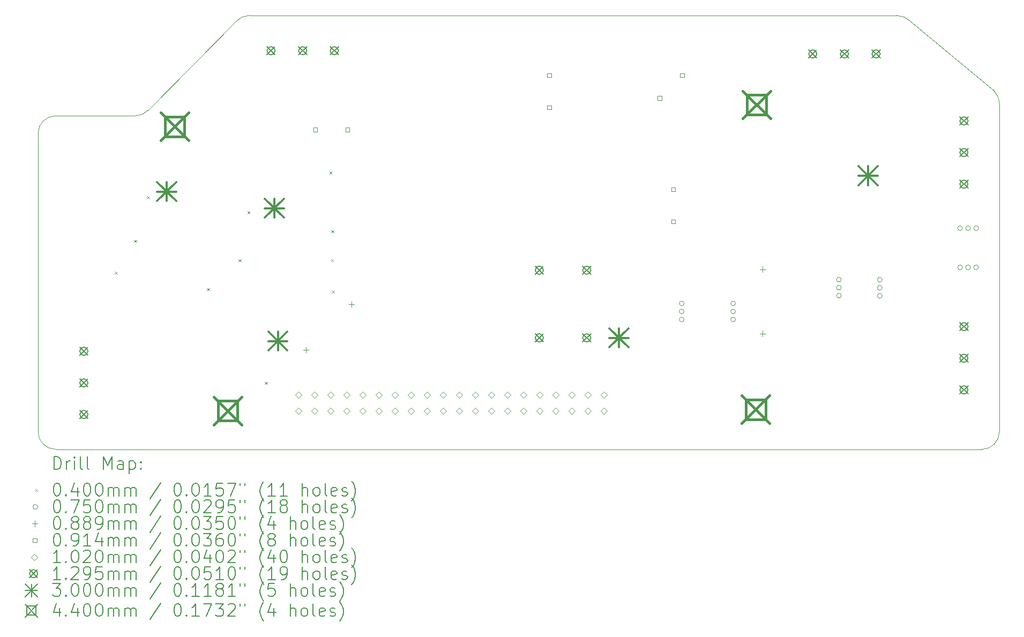
<source format=gbr>
%TF.GenerationSoftware,KiCad,Pcbnew,(6.0.10)*%
%TF.CreationDate,2024-01-08T08:39:40-08:00*%
%TF.ProjectId,windchargecontroller,77696e64-6368-4617-9267-65636f6e7472,rev?*%
%TF.SameCoordinates,Original*%
%TF.FileFunction,Drillmap*%
%TF.FilePolarity,Positive*%
%FSLAX45Y45*%
G04 Gerber Fmt 4.5, Leading zero omitted, Abs format (unit mm)*
G04 Created by KiCad (PCBNEW (6.0.10)) date 2024-01-08 08:39:40*
%MOMM*%
%LPD*%
G01*
G04 APERTURE LIST*
%ADD10C,0.100000*%
%ADD11C,0.200000*%
%ADD12C,0.040000*%
%ADD13C,0.075000*%
%ADD14C,0.088900*%
%ADD15C,0.091440*%
%ADD16C,0.102000*%
%ADD17C,0.129540*%
%ADD18C,0.300000*%
%ADD19C,0.440000*%
G04 APERTURE END LIST*
D10*
X7289619Y-9930903D02*
G75*
G03*
X7569311Y-10210591I279691J3D01*
G01*
X7289512Y-5219700D02*
X7289622Y-9930903D01*
X7569200Y-4940012D02*
G75*
G03*
X7289512Y-5219700I0J-279688D01*
G01*
X22481923Y-4749626D02*
G75*
G03*
X22400003Y-4551856I-279693J-4D01*
G01*
X7569311Y-10210591D02*
X22202028Y-10211103D01*
X21069298Y-3441702D02*
G75*
G03*
X20853494Y-3352828I-215808J-217578D01*
G01*
X10631858Y-3352926D02*
G75*
G03*
X10426700Y-3441700I2J-281454D01*
G01*
X8824639Y-4940385D02*
X7569200Y-4940012D01*
X22400003Y-4551856D02*
X21069300Y-3441700D01*
X8824639Y-4940385D02*
G75*
G03*
X9029700Y-4851400I1J280765D01*
G01*
X10426700Y-3441700D02*
X9029700Y-4851400D01*
X20853494Y-3352828D02*
X10631858Y-3352930D01*
X22202028Y-10211096D02*
G75*
G03*
X22481716Y-9931415I2J279686D01*
G01*
X22481716Y-9931415D02*
X22481921Y-4749626D01*
D11*
D12*
X8499160Y-7401880D02*
X8539160Y-7441880D01*
X8539160Y-7401880D02*
X8499160Y-7441880D01*
X8809040Y-6898960D02*
X8849040Y-6938960D01*
X8849040Y-6898960D02*
X8809040Y-6938960D01*
X9007160Y-6208080D02*
X9047160Y-6248080D01*
X9047160Y-6208080D02*
X9007160Y-6248080D01*
X9957120Y-7660960D02*
X9997120Y-7700960D01*
X9997120Y-7660960D02*
X9957120Y-7700960D01*
X10454960Y-7203760D02*
X10494960Y-7243760D01*
X10494960Y-7203760D02*
X10454960Y-7243760D01*
X10597200Y-6444300D02*
X10637200Y-6484300D01*
X10637200Y-6444300D02*
X10597200Y-6484300D01*
X10871520Y-9144320D02*
X10911520Y-9184320D01*
X10911520Y-9144320D02*
X10871520Y-9184320D01*
X11892600Y-5822000D02*
X11932600Y-5862000D01*
X11932600Y-5822000D02*
X11892600Y-5862000D01*
X11918000Y-7203760D02*
X11958000Y-7243760D01*
X11958000Y-7203760D02*
X11918000Y-7243760D01*
X11920078Y-6746790D02*
X11960078Y-6786790D01*
X11960078Y-6746790D02*
X11920078Y-6786790D01*
X11928160Y-7701600D02*
X11968160Y-7741600D01*
X11968160Y-7701600D02*
X11928160Y-7741600D01*
D13*
X17497460Y-7904480D02*
G75*
G03*
X17497460Y-7904480I-37500J0D01*
G01*
X17497460Y-8031480D02*
G75*
G03*
X17497460Y-8031480I-37500J0D01*
G01*
X17497460Y-8158480D02*
G75*
G03*
X17497460Y-8158480I-37500J0D01*
G01*
X18310260Y-7904480D02*
G75*
G03*
X18310260Y-7904480I-37500J0D01*
G01*
X18310260Y-8031480D02*
G75*
G03*
X18310260Y-8031480I-37500J0D01*
G01*
X18310260Y-8158480D02*
G75*
G03*
X18310260Y-8158480I-37500J0D01*
G01*
X19982020Y-7528400D02*
G75*
G03*
X19982020Y-7528400I-37500J0D01*
G01*
X19982020Y-7655400D02*
G75*
G03*
X19982020Y-7655400I-37500J0D01*
G01*
X19982020Y-7782400D02*
G75*
G03*
X19982020Y-7782400I-37500J0D01*
G01*
X20627620Y-7529861D02*
G75*
G03*
X20627620Y-7529861I-37500J0D01*
G01*
X20627620Y-7656861D02*
G75*
G03*
X20627620Y-7656861I-37500J0D01*
G01*
X20627620Y-7783861D02*
G75*
G03*
X20627620Y-7783861I-37500J0D01*
G01*
X21896740Y-6715320D02*
G75*
G03*
X21896740Y-6715320I-37500J0D01*
G01*
X21896740Y-7335520D02*
G75*
G03*
X21896740Y-7335520I-37500J0D01*
G01*
X22023740Y-6715320D02*
G75*
G03*
X22023740Y-6715320I-37500J0D01*
G01*
X22023740Y-7335520D02*
G75*
G03*
X22023740Y-7335520I-37500J0D01*
G01*
X22150740Y-6715320D02*
G75*
G03*
X22150740Y-6715320I-37500J0D01*
G01*
X22150740Y-7335520D02*
G75*
G03*
X22150740Y-7335520I-37500J0D01*
G01*
D14*
X11522910Y-8592620D02*
X11522910Y-8681520D01*
X11478460Y-8637070D02*
X11567360Y-8637070D01*
X12241330Y-7874200D02*
X12241330Y-7963100D01*
X12196880Y-7918650D02*
X12285780Y-7918650D01*
X18740120Y-7321550D02*
X18740120Y-7410450D01*
X18695670Y-7366000D02*
X18784570Y-7366000D01*
X18740120Y-8337550D02*
X18740120Y-8426450D01*
X18695670Y-8382000D02*
X18784570Y-8382000D01*
D15*
X11703629Y-5188529D02*
X11703629Y-5123871D01*
X11638971Y-5123871D01*
X11638971Y-5188529D01*
X11703629Y-5188529D01*
X12211629Y-5188529D02*
X12211629Y-5123871D01*
X12146971Y-5123871D01*
X12146971Y-5188529D01*
X12211629Y-5188529D01*
X15399329Y-4332549D02*
X15399329Y-4267891D01*
X15334671Y-4267891D01*
X15334671Y-4332549D01*
X15399329Y-4332549D01*
X15399329Y-4840549D02*
X15399329Y-4775891D01*
X15334671Y-4775891D01*
X15334671Y-4840549D01*
X15399329Y-4840549D01*
X17141769Y-4690689D02*
X17141769Y-4626031D01*
X17077111Y-4626031D01*
X17077111Y-4690689D01*
X17141769Y-4690689D01*
X17360209Y-6135949D02*
X17360209Y-6071291D01*
X17295551Y-6071291D01*
X17295551Y-6135949D01*
X17360209Y-6135949D01*
X17360209Y-6643949D02*
X17360209Y-6579291D01*
X17295551Y-6579291D01*
X17295551Y-6643949D01*
X17360209Y-6643949D01*
X17500979Y-4331479D02*
X17500979Y-4266821D01*
X17436321Y-4266821D01*
X17436321Y-4331479D01*
X17500979Y-4331479D01*
D16*
X11404600Y-9398200D02*
X11455600Y-9347200D01*
X11404600Y-9296200D01*
X11353600Y-9347200D01*
X11404600Y-9398200D01*
X11404600Y-9652200D02*
X11455600Y-9601200D01*
X11404600Y-9550200D01*
X11353600Y-9601200D01*
X11404600Y-9652200D01*
X11658600Y-9398200D02*
X11709600Y-9347200D01*
X11658600Y-9296200D01*
X11607600Y-9347200D01*
X11658600Y-9398200D01*
X11658600Y-9652200D02*
X11709600Y-9601200D01*
X11658600Y-9550200D01*
X11607600Y-9601200D01*
X11658600Y-9652200D01*
X11912600Y-9398200D02*
X11963600Y-9347200D01*
X11912600Y-9296200D01*
X11861600Y-9347200D01*
X11912600Y-9398200D01*
X11912600Y-9652200D02*
X11963600Y-9601200D01*
X11912600Y-9550200D01*
X11861600Y-9601200D01*
X11912600Y-9652200D01*
X12166600Y-9398200D02*
X12217600Y-9347200D01*
X12166600Y-9296200D01*
X12115600Y-9347200D01*
X12166600Y-9398200D01*
X12166600Y-9652200D02*
X12217600Y-9601200D01*
X12166600Y-9550200D01*
X12115600Y-9601200D01*
X12166600Y-9652200D01*
X12420600Y-9398200D02*
X12471600Y-9347200D01*
X12420600Y-9296200D01*
X12369600Y-9347200D01*
X12420600Y-9398200D01*
X12420600Y-9652200D02*
X12471600Y-9601200D01*
X12420600Y-9550200D01*
X12369600Y-9601200D01*
X12420600Y-9652200D01*
X12674600Y-9398200D02*
X12725600Y-9347200D01*
X12674600Y-9296200D01*
X12623600Y-9347200D01*
X12674600Y-9398200D01*
X12674600Y-9652200D02*
X12725600Y-9601200D01*
X12674600Y-9550200D01*
X12623600Y-9601200D01*
X12674600Y-9652200D01*
X12928600Y-9398200D02*
X12979600Y-9347200D01*
X12928600Y-9296200D01*
X12877600Y-9347200D01*
X12928600Y-9398200D01*
X12928600Y-9652200D02*
X12979600Y-9601200D01*
X12928600Y-9550200D01*
X12877600Y-9601200D01*
X12928600Y-9652200D01*
X13182600Y-9398200D02*
X13233600Y-9347200D01*
X13182600Y-9296200D01*
X13131600Y-9347200D01*
X13182600Y-9398200D01*
X13182600Y-9652200D02*
X13233600Y-9601200D01*
X13182600Y-9550200D01*
X13131600Y-9601200D01*
X13182600Y-9652200D01*
X13436600Y-9398200D02*
X13487600Y-9347200D01*
X13436600Y-9296200D01*
X13385600Y-9347200D01*
X13436600Y-9398200D01*
X13436600Y-9652200D02*
X13487600Y-9601200D01*
X13436600Y-9550200D01*
X13385600Y-9601200D01*
X13436600Y-9652200D01*
X13690600Y-9398200D02*
X13741600Y-9347200D01*
X13690600Y-9296200D01*
X13639600Y-9347200D01*
X13690600Y-9398200D01*
X13690600Y-9652200D02*
X13741600Y-9601200D01*
X13690600Y-9550200D01*
X13639600Y-9601200D01*
X13690600Y-9652200D01*
X13944600Y-9398200D02*
X13995600Y-9347200D01*
X13944600Y-9296200D01*
X13893600Y-9347200D01*
X13944600Y-9398200D01*
X13944600Y-9652200D02*
X13995600Y-9601200D01*
X13944600Y-9550200D01*
X13893600Y-9601200D01*
X13944600Y-9652200D01*
X14198600Y-9398200D02*
X14249600Y-9347200D01*
X14198600Y-9296200D01*
X14147600Y-9347200D01*
X14198600Y-9398200D01*
X14198600Y-9652200D02*
X14249600Y-9601200D01*
X14198600Y-9550200D01*
X14147600Y-9601200D01*
X14198600Y-9652200D01*
X14452600Y-9398200D02*
X14503600Y-9347200D01*
X14452600Y-9296200D01*
X14401600Y-9347200D01*
X14452600Y-9398200D01*
X14452600Y-9652200D02*
X14503600Y-9601200D01*
X14452600Y-9550200D01*
X14401600Y-9601200D01*
X14452600Y-9652200D01*
X14706600Y-9398200D02*
X14757600Y-9347200D01*
X14706600Y-9296200D01*
X14655600Y-9347200D01*
X14706600Y-9398200D01*
X14706600Y-9652200D02*
X14757600Y-9601200D01*
X14706600Y-9550200D01*
X14655600Y-9601200D01*
X14706600Y-9652200D01*
X14960600Y-9398200D02*
X15011600Y-9347200D01*
X14960600Y-9296200D01*
X14909600Y-9347200D01*
X14960600Y-9398200D01*
X14960600Y-9652200D02*
X15011600Y-9601200D01*
X14960600Y-9550200D01*
X14909600Y-9601200D01*
X14960600Y-9652200D01*
X15214600Y-9398200D02*
X15265600Y-9347200D01*
X15214600Y-9296200D01*
X15163600Y-9347200D01*
X15214600Y-9398200D01*
X15214600Y-9652200D02*
X15265600Y-9601200D01*
X15214600Y-9550200D01*
X15163600Y-9601200D01*
X15214600Y-9652200D01*
X15468600Y-9398200D02*
X15519600Y-9347200D01*
X15468600Y-9296200D01*
X15417600Y-9347200D01*
X15468600Y-9398200D01*
X15468600Y-9652200D02*
X15519600Y-9601200D01*
X15468600Y-9550200D01*
X15417600Y-9601200D01*
X15468600Y-9652200D01*
X15722600Y-9398200D02*
X15773600Y-9347200D01*
X15722600Y-9296200D01*
X15671600Y-9347200D01*
X15722600Y-9398200D01*
X15722600Y-9652200D02*
X15773600Y-9601200D01*
X15722600Y-9550200D01*
X15671600Y-9601200D01*
X15722600Y-9652200D01*
X15976600Y-9398200D02*
X16027600Y-9347200D01*
X15976600Y-9296200D01*
X15925600Y-9347200D01*
X15976600Y-9398200D01*
X15976600Y-9652200D02*
X16027600Y-9601200D01*
X15976600Y-9550200D01*
X15925600Y-9601200D01*
X15976600Y-9652200D01*
X16230600Y-9398200D02*
X16281600Y-9347200D01*
X16230600Y-9296200D01*
X16179600Y-9347200D01*
X16230600Y-9398200D01*
X16230600Y-9652200D02*
X16281600Y-9601200D01*
X16230600Y-9550200D01*
X16179600Y-9601200D01*
X16230600Y-9652200D01*
D17*
X7948930Y-8595740D02*
X8078470Y-8725280D01*
X8078470Y-8595740D02*
X7948930Y-8725280D01*
X8078470Y-8660510D02*
G75*
G03*
X8078470Y-8660510I-64770J0D01*
G01*
X7948930Y-9095740D02*
X8078470Y-9225280D01*
X8078470Y-9095740D02*
X7948930Y-9225280D01*
X8078470Y-9160510D02*
G75*
G03*
X8078470Y-9160510I-64770J0D01*
G01*
X7948930Y-9595740D02*
X8078470Y-9725280D01*
X8078470Y-9595740D02*
X7948930Y-9725280D01*
X8078470Y-9660510D02*
G75*
G03*
X8078470Y-9660510I-64770J0D01*
G01*
X10907140Y-3846830D02*
X11036680Y-3976370D01*
X11036680Y-3846830D02*
X10907140Y-3976370D01*
X11036680Y-3911600D02*
G75*
G03*
X11036680Y-3911600I-64770J0D01*
G01*
X11407140Y-3846830D02*
X11536680Y-3976370D01*
X11536680Y-3846830D02*
X11407140Y-3976370D01*
X11536680Y-3911600D02*
G75*
G03*
X11536680Y-3911600I-64770J0D01*
G01*
X11907140Y-3846830D02*
X12036680Y-3976370D01*
X12036680Y-3846830D02*
X11907140Y-3976370D01*
X12036680Y-3911600D02*
G75*
G03*
X12036680Y-3911600I-64770J0D01*
G01*
X15145670Y-7314870D02*
X15275210Y-7444410D01*
X15275210Y-7314870D02*
X15145670Y-7444410D01*
X15275210Y-7379640D02*
G75*
G03*
X15275210Y-7379640I-64770J0D01*
G01*
X15145670Y-8384870D02*
X15275210Y-8514410D01*
X15275210Y-8384870D02*
X15145670Y-8514410D01*
X15275210Y-8449640D02*
G75*
G03*
X15275210Y-8449640I-64770J0D01*
G01*
X15895670Y-7314870D02*
X16025210Y-7444410D01*
X16025210Y-7314870D02*
X15895670Y-7444410D01*
X16025210Y-7379640D02*
G75*
G03*
X16025210Y-7379640I-64770J0D01*
G01*
X15895670Y-8384870D02*
X16025210Y-8514410D01*
X16025210Y-8384870D02*
X15895670Y-8514410D01*
X16025210Y-8449640D02*
G75*
G03*
X16025210Y-8449640I-64770J0D01*
G01*
X19466940Y-3897630D02*
X19596480Y-4027170D01*
X19596480Y-3897630D02*
X19466940Y-4027170D01*
X19596480Y-3962400D02*
G75*
G03*
X19596480Y-3962400I-64770J0D01*
G01*
X19966940Y-3897630D02*
X20096480Y-4027170D01*
X20096480Y-3897630D02*
X19966940Y-4027170D01*
X20096480Y-3962400D02*
G75*
G03*
X20096480Y-3962400I-64770J0D01*
G01*
X20466940Y-3897630D02*
X20596480Y-4027170D01*
X20596480Y-3897630D02*
X20466940Y-4027170D01*
X20596480Y-3962400D02*
G75*
G03*
X20596480Y-3962400I-64770J0D01*
G01*
X21855430Y-4955920D02*
X21984970Y-5085460D01*
X21984970Y-4955920D02*
X21855430Y-5085460D01*
X21984970Y-5020690D02*
G75*
G03*
X21984970Y-5020690I-64770J0D01*
G01*
X21855430Y-5455920D02*
X21984970Y-5585460D01*
X21984970Y-5455920D02*
X21855430Y-5585460D01*
X21984970Y-5520690D02*
G75*
G03*
X21984970Y-5520690I-64770J0D01*
G01*
X21855430Y-5955920D02*
X21984970Y-6085460D01*
X21984970Y-5955920D02*
X21855430Y-6085460D01*
X21984970Y-6020690D02*
G75*
G03*
X21984970Y-6020690I-64770J0D01*
G01*
X21855430Y-8207120D02*
X21984970Y-8336660D01*
X21984970Y-8207120D02*
X21855430Y-8336660D01*
X21984970Y-8271890D02*
G75*
G03*
X21984970Y-8271890I-64770J0D01*
G01*
X21855430Y-8707120D02*
X21984970Y-8836660D01*
X21984970Y-8707120D02*
X21855430Y-8836660D01*
X21984970Y-8771890D02*
G75*
G03*
X21984970Y-8771890I-64770J0D01*
G01*
X21855430Y-9207120D02*
X21984970Y-9336660D01*
X21984970Y-9207120D02*
X21855430Y-9336660D01*
X21984970Y-9271890D02*
G75*
G03*
X21984970Y-9271890I-64770J0D01*
G01*
D18*
X9171800Y-5986640D02*
X9471800Y-6286640D01*
X9471800Y-5986640D02*
X9171800Y-6286640D01*
X9321800Y-5986640D02*
X9321800Y-6286640D01*
X9171800Y-6136640D02*
X9471800Y-6136640D01*
X10873600Y-6250800D02*
X11173600Y-6550800D01*
X11173600Y-6250800D02*
X10873600Y-6550800D01*
X11023600Y-6250800D02*
X11023600Y-6550800D01*
X10873600Y-6400800D02*
X11173600Y-6400800D01*
X10929480Y-8348840D02*
X11229480Y-8648840D01*
X11229480Y-8348840D02*
X10929480Y-8648840D01*
X11079480Y-8348840D02*
X11079480Y-8648840D01*
X10929480Y-8498840D02*
X11229480Y-8498840D01*
X16319360Y-8298040D02*
X16619360Y-8598040D01*
X16619360Y-8298040D02*
X16319360Y-8598040D01*
X16469360Y-8298040D02*
X16469360Y-8598040D01*
X16319360Y-8448040D02*
X16619360Y-8448040D01*
X20256360Y-5737720D02*
X20556360Y-6037720D01*
X20556360Y-5737720D02*
X20256360Y-6037720D01*
X20406360Y-5737720D02*
X20406360Y-6037720D01*
X20256360Y-5887720D02*
X20556360Y-5887720D01*
D19*
X9228800Y-4890480D02*
X9668800Y-5330480D01*
X9668800Y-4890480D02*
X9228800Y-5330480D01*
X9604365Y-5266045D02*
X9604365Y-4954915D01*
X9293235Y-4954915D01*
X9293235Y-5266045D01*
X9604365Y-5266045D01*
X10067000Y-9381200D02*
X10507000Y-9821200D01*
X10507000Y-9381200D02*
X10067000Y-9821200D01*
X10442565Y-9756765D02*
X10442565Y-9445635D01*
X10131435Y-9445635D01*
X10131435Y-9756765D01*
X10442565Y-9756765D01*
X18408360Y-9360880D02*
X18848360Y-9800880D01*
X18848360Y-9360880D02*
X18408360Y-9800880D01*
X18783925Y-9736445D02*
X18783925Y-9425315D01*
X18472795Y-9425315D01*
X18472795Y-9736445D01*
X18783925Y-9736445D01*
X18423600Y-4545040D02*
X18863600Y-4985040D01*
X18863600Y-4545040D02*
X18423600Y-4985040D01*
X18799165Y-4920605D02*
X18799165Y-4609475D01*
X18488035Y-4609475D01*
X18488035Y-4920605D01*
X18799165Y-4920605D01*
D11*
X7542131Y-10526579D02*
X7542131Y-10326579D01*
X7589750Y-10326579D01*
X7618321Y-10336103D01*
X7637369Y-10355151D01*
X7646892Y-10374198D01*
X7656416Y-10412294D01*
X7656416Y-10440865D01*
X7646892Y-10478960D01*
X7637369Y-10498008D01*
X7618321Y-10517055D01*
X7589750Y-10526579D01*
X7542131Y-10526579D01*
X7742131Y-10526579D02*
X7742131Y-10393246D01*
X7742131Y-10431341D02*
X7751654Y-10412294D01*
X7761178Y-10402770D01*
X7780226Y-10393246D01*
X7799273Y-10393246D01*
X7865940Y-10526579D02*
X7865940Y-10393246D01*
X7865940Y-10326579D02*
X7856416Y-10336103D01*
X7865940Y-10345627D01*
X7875464Y-10336103D01*
X7865940Y-10326579D01*
X7865940Y-10345627D01*
X7989750Y-10526579D02*
X7970702Y-10517055D01*
X7961178Y-10498008D01*
X7961178Y-10326579D01*
X8094512Y-10526579D02*
X8075464Y-10517055D01*
X8065940Y-10498008D01*
X8065940Y-10326579D01*
X8323083Y-10526579D02*
X8323083Y-10326579D01*
X8389750Y-10469436D01*
X8456416Y-10326579D01*
X8456416Y-10526579D01*
X8637369Y-10526579D02*
X8637369Y-10421817D01*
X8627845Y-10402770D01*
X8608797Y-10393246D01*
X8570702Y-10393246D01*
X8551654Y-10402770D01*
X8637369Y-10517055D02*
X8618321Y-10526579D01*
X8570702Y-10526579D01*
X8551654Y-10517055D01*
X8542131Y-10498008D01*
X8542131Y-10478960D01*
X8551654Y-10459913D01*
X8570702Y-10450389D01*
X8618321Y-10450389D01*
X8637369Y-10440865D01*
X8732607Y-10393246D02*
X8732607Y-10593246D01*
X8732607Y-10402770D02*
X8751654Y-10393246D01*
X8789750Y-10393246D01*
X8808797Y-10402770D01*
X8818321Y-10412294D01*
X8827845Y-10431341D01*
X8827845Y-10488484D01*
X8818321Y-10507532D01*
X8808797Y-10517055D01*
X8789750Y-10526579D01*
X8751654Y-10526579D01*
X8732607Y-10517055D01*
X8913559Y-10507532D02*
X8923083Y-10517055D01*
X8913559Y-10526579D01*
X8904035Y-10517055D01*
X8913559Y-10507532D01*
X8913559Y-10526579D01*
X8913559Y-10402770D02*
X8923083Y-10412294D01*
X8913559Y-10421817D01*
X8904035Y-10412294D01*
X8913559Y-10402770D01*
X8913559Y-10421817D01*
D12*
X7244512Y-10836103D02*
X7284512Y-10876103D01*
X7284512Y-10836103D02*
X7244512Y-10876103D01*
D11*
X7580226Y-10746579D02*
X7599273Y-10746579D01*
X7618321Y-10756103D01*
X7627845Y-10765627D01*
X7637369Y-10784675D01*
X7646892Y-10822770D01*
X7646892Y-10870389D01*
X7637369Y-10908484D01*
X7627845Y-10927532D01*
X7618321Y-10937055D01*
X7599273Y-10946579D01*
X7580226Y-10946579D01*
X7561178Y-10937055D01*
X7551654Y-10927532D01*
X7542131Y-10908484D01*
X7532607Y-10870389D01*
X7532607Y-10822770D01*
X7542131Y-10784675D01*
X7551654Y-10765627D01*
X7561178Y-10756103D01*
X7580226Y-10746579D01*
X7732607Y-10927532D02*
X7742131Y-10937055D01*
X7732607Y-10946579D01*
X7723083Y-10937055D01*
X7732607Y-10927532D01*
X7732607Y-10946579D01*
X7913559Y-10813246D02*
X7913559Y-10946579D01*
X7865940Y-10737055D02*
X7818321Y-10879913D01*
X7942131Y-10879913D01*
X8056416Y-10746579D02*
X8075464Y-10746579D01*
X8094512Y-10756103D01*
X8104035Y-10765627D01*
X8113559Y-10784675D01*
X8123083Y-10822770D01*
X8123083Y-10870389D01*
X8113559Y-10908484D01*
X8104035Y-10927532D01*
X8094512Y-10937055D01*
X8075464Y-10946579D01*
X8056416Y-10946579D01*
X8037369Y-10937055D01*
X8027845Y-10927532D01*
X8018321Y-10908484D01*
X8008797Y-10870389D01*
X8008797Y-10822770D01*
X8018321Y-10784675D01*
X8027845Y-10765627D01*
X8037369Y-10756103D01*
X8056416Y-10746579D01*
X8246892Y-10746579D02*
X8265940Y-10746579D01*
X8284988Y-10756103D01*
X8294512Y-10765627D01*
X8304035Y-10784675D01*
X8313559Y-10822770D01*
X8313559Y-10870389D01*
X8304035Y-10908484D01*
X8294512Y-10927532D01*
X8284988Y-10937055D01*
X8265940Y-10946579D01*
X8246892Y-10946579D01*
X8227845Y-10937055D01*
X8218321Y-10927532D01*
X8208797Y-10908484D01*
X8199273Y-10870389D01*
X8199273Y-10822770D01*
X8208797Y-10784675D01*
X8218321Y-10765627D01*
X8227845Y-10756103D01*
X8246892Y-10746579D01*
X8399274Y-10946579D02*
X8399274Y-10813246D01*
X8399274Y-10832294D02*
X8408797Y-10822770D01*
X8427845Y-10813246D01*
X8456416Y-10813246D01*
X8475464Y-10822770D01*
X8484988Y-10841817D01*
X8484988Y-10946579D01*
X8484988Y-10841817D02*
X8494512Y-10822770D01*
X8513559Y-10813246D01*
X8542131Y-10813246D01*
X8561178Y-10822770D01*
X8570702Y-10841817D01*
X8570702Y-10946579D01*
X8665940Y-10946579D02*
X8665940Y-10813246D01*
X8665940Y-10832294D02*
X8675464Y-10822770D01*
X8694512Y-10813246D01*
X8723083Y-10813246D01*
X8742131Y-10822770D01*
X8751654Y-10841817D01*
X8751654Y-10946579D01*
X8751654Y-10841817D02*
X8761178Y-10822770D01*
X8780226Y-10813246D01*
X8808797Y-10813246D01*
X8827845Y-10822770D01*
X8837369Y-10841817D01*
X8837369Y-10946579D01*
X9227845Y-10737055D02*
X9056416Y-10994198D01*
X9484988Y-10746579D02*
X9504035Y-10746579D01*
X9523083Y-10756103D01*
X9532607Y-10765627D01*
X9542131Y-10784675D01*
X9551654Y-10822770D01*
X9551654Y-10870389D01*
X9542131Y-10908484D01*
X9532607Y-10927532D01*
X9523083Y-10937055D01*
X9504035Y-10946579D01*
X9484988Y-10946579D01*
X9465940Y-10937055D01*
X9456416Y-10927532D01*
X9446893Y-10908484D01*
X9437369Y-10870389D01*
X9437369Y-10822770D01*
X9446893Y-10784675D01*
X9456416Y-10765627D01*
X9465940Y-10756103D01*
X9484988Y-10746579D01*
X9637369Y-10927532D02*
X9646893Y-10937055D01*
X9637369Y-10946579D01*
X9627845Y-10937055D01*
X9637369Y-10927532D01*
X9637369Y-10946579D01*
X9770702Y-10746579D02*
X9789750Y-10746579D01*
X9808797Y-10756103D01*
X9818321Y-10765627D01*
X9827845Y-10784675D01*
X9837369Y-10822770D01*
X9837369Y-10870389D01*
X9827845Y-10908484D01*
X9818321Y-10927532D01*
X9808797Y-10937055D01*
X9789750Y-10946579D01*
X9770702Y-10946579D01*
X9751654Y-10937055D01*
X9742131Y-10927532D01*
X9732607Y-10908484D01*
X9723083Y-10870389D01*
X9723083Y-10822770D01*
X9732607Y-10784675D01*
X9742131Y-10765627D01*
X9751654Y-10756103D01*
X9770702Y-10746579D01*
X10027845Y-10946579D02*
X9913559Y-10946579D01*
X9970702Y-10946579D02*
X9970702Y-10746579D01*
X9951654Y-10775151D01*
X9932607Y-10794198D01*
X9913559Y-10803722D01*
X10208797Y-10746579D02*
X10113559Y-10746579D01*
X10104035Y-10841817D01*
X10113559Y-10832294D01*
X10132607Y-10822770D01*
X10180226Y-10822770D01*
X10199274Y-10832294D01*
X10208797Y-10841817D01*
X10218321Y-10860865D01*
X10218321Y-10908484D01*
X10208797Y-10927532D01*
X10199274Y-10937055D01*
X10180226Y-10946579D01*
X10132607Y-10946579D01*
X10113559Y-10937055D01*
X10104035Y-10927532D01*
X10284988Y-10746579D02*
X10418321Y-10746579D01*
X10332607Y-10946579D01*
X10484988Y-10746579D02*
X10484988Y-10784675D01*
X10561178Y-10746579D02*
X10561178Y-10784675D01*
X10856416Y-11022770D02*
X10846893Y-11013246D01*
X10827845Y-10984675D01*
X10818321Y-10965627D01*
X10808797Y-10937055D01*
X10799274Y-10889436D01*
X10799274Y-10851341D01*
X10808797Y-10803722D01*
X10818321Y-10775151D01*
X10827845Y-10756103D01*
X10846893Y-10727532D01*
X10856416Y-10718008D01*
X11037369Y-10946579D02*
X10923083Y-10946579D01*
X10980226Y-10946579D02*
X10980226Y-10746579D01*
X10961178Y-10775151D01*
X10942131Y-10794198D01*
X10923083Y-10803722D01*
X11227845Y-10946579D02*
X11113559Y-10946579D01*
X11170702Y-10946579D02*
X11170702Y-10746579D01*
X11151654Y-10775151D01*
X11132607Y-10794198D01*
X11113559Y-10803722D01*
X11465940Y-10946579D02*
X11465940Y-10746579D01*
X11551654Y-10946579D02*
X11551654Y-10841817D01*
X11542131Y-10822770D01*
X11523083Y-10813246D01*
X11494511Y-10813246D01*
X11475464Y-10822770D01*
X11465940Y-10832294D01*
X11675464Y-10946579D02*
X11656416Y-10937055D01*
X11646892Y-10927532D01*
X11637369Y-10908484D01*
X11637369Y-10851341D01*
X11646892Y-10832294D01*
X11656416Y-10822770D01*
X11675464Y-10813246D01*
X11704035Y-10813246D01*
X11723083Y-10822770D01*
X11732607Y-10832294D01*
X11742131Y-10851341D01*
X11742131Y-10908484D01*
X11732607Y-10927532D01*
X11723083Y-10937055D01*
X11704035Y-10946579D01*
X11675464Y-10946579D01*
X11856416Y-10946579D02*
X11837369Y-10937055D01*
X11827845Y-10918008D01*
X11827845Y-10746579D01*
X12008797Y-10937055D02*
X11989750Y-10946579D01*
X11951654Y-10946579D01*
X11932607Y-10937055D01*
X11923083Y-10918008D01*
X11923083Y-10841817D01*
X11932607Y-10822770D01*
X11951654Y-10813246D01*
X11989750Y-10813246D01*
X12008797Y-10822770D01*
X12018321Y-10841817D01*
X12018321Y-10860865D01*
X11923083Y-10879913D01*
X12094511Y-10937055D02*
X12113559Y-10946579D01*
X12151654Y-10946579D01*
X12170702Y-10937055D01*
X12180226Y-10918008D01*
X12180226Y-10908484D01*
X12170702Y-10889436D01*
X12151654Y-10879913D01*
X12123083Y-10879913D01*
X12104035Y-10870389D01*
X12094511Y-10851341D01*
X12094511Y-10841817D01*
X12104035Y-10822770D01*
X12123083Y-10813246D01*
X12151654Y-10813246D01*
X12170702Y-10822770D01*
X12246892Y-11022770D02*
X12256416Y-11013246D01*
X12275464Y-10984675D01*
X12284988Y-10965627D01*
X12294511Y-10937055D01*
X12304035Y-10889436D01*
X12304035Y-10851341D01*
X12294511Y-10803722D01*
X12284988Y-10775151D01*
X12275464Y-10756103D01*
X12256416Y-10727532D01*
X12246892Y-10718008D01*
D13*
X7284512Y-11120103D02*
G75*
G03*
X7284512Y-11120103I-37500J0D01*
G01*
D11*
X7580226Y-11010579D02*
X7599273Y-11010579D01*
X7618321Y-11020103D01*
X7627845Y-11029627D01*
X7637369Y-11048675D01*
X7646892Y-11086770D01*
X7646892Y-11134389D01*
X7637369Y-11172484D01*
X7627845Y-11191532D01*
X7618321Y-11201055D01*
X7599273Y-11210579D01*
X7580226Y-11210579D01*
X7561178Y-11201055D01*
X7551654Y-11191532D01*
X7542131Y-11172484D01*
X7532607Y-11134389D01*
X7532607Y-11086770D01*
X7542131Y-11048675D01*
X7551654Y-11029627D01*
X7561178Y-11020103D01*
X7580226Y-11010579D01*
X7732607Y-11191532D02*
X7742131Y-11201055D01*
X7732607Y-11210579D01*
X7723083Y-11201055D01*
X7732607Y-11191532D01*
X7732607Y-11210579D01*
X7808797Y-11010579D02*
X7942131Y-11010579D01*
X7856416Y-11210579D01*
X8113559Y-11010579D02*
X8018321Y-11010579D01*
X8008797Y-11105817D01*
X8018321Y-11096294D01*
X8037369Y-11086770D01*
X8084988Y-11086770D01*
X8104035Y-11096294D01*
X8113559Y-11105817D01*
X8123083Y-11124865D01*
X8123083Y-11172484D01*
X8113559Y-11191532D01*
X8104035Y-11201055D01*
X8084988Y-11210579D01*
X8037369Y-11210579D01*
X8018321Y-11201055D01*
X8008797Y-11191532D01*
X8246892Y-11010579D02*
X8265940Y-11010579D01*
X8284988Y-11020103D01*
X8294512Y-11029627D01*
X8304035Y-11048675D01*
X8313559Y-11086770D01*
X8313559Y-11134389D01*
X8304035Y-11172484D01*
X8294512Y-11191532D01*
X8284988Y-11201055D01*
X8265940Y-11210579D01*
X8246892Y-11210579D01*
X8227845Y-11201055D01*
X8218321Y-11191532D01*
X8208797Y-11172484D01*
X8199273Y-11134389D01*
X8199273Y-11086770D01*
X8208797Y-11048675D01*
X8218321Y-11029627D01*
X8227845Y-11020103D01*
X8246892Y-11010579D01*
X8399274Y-11210579D02*
X8399274Y-11077246D01*
X8399274Y-11096294D02*
X8408797Y-11086770D01*
X8427845Y-11077246D01*
X8456416Y-11077246D01*
X8475464Y-11086770D01*
X8484988Y-11105817D01*
X8484988Y-11210579D01*
X8484988Y-11105817D02*
X8494512Y-11086770D01*
X8513559Y-11077246D01*
X8542131Y-11077246D01*
X8561178Y-11086770D01*
X8570702Y-11105817D01*
X8570702Y-11210579D01*
X8665940Y-11210579D02*
X8665940Y-11077246D01*
X8665940Y-11096294D02*
X8675464Y-11086770D01*
X8694512Y-11077246D01*
X8723083Y-11077246D01*
X8742131Y-11086770D01*
X8751654Y-11105817D01*
X8751654Y-11210579D01*
X8751654Y-11105817D02*
X8761178Y-11086770D01*
X8780226Y-11077246D01*
X8808797Y-11077246D01*
X8827845Y-11086770D01*
X8837369Y-11105817D01*
X8837369Y-11210579D01*
X9227845Y-11001055D02*
X9056416Y-11258198D01*
X9484988Y-11010579D02*
X9504035Y-11010579D01*
X9523083Y-11020103D01*
X9532607Y-11029627D01*
X9542131Y-11048675D01*
X9551654Y-11086770D01*
X9551654Y-11134389D01*
X9542131Y-11172484D01*
X9532607Y-11191532D01*
X9523083Y-11201055D01*
X9504035Y-11210579D01*
X9484988Y-11210579D01*
X9465940Y-11201055D01*
X9456416Y-11191532D01*
X9446893Y-11172484D01*
X9437369Y-11134389D01*
X9437369Y-11086770D01*
X9446893Y-11048675D01*
X9456416Y-11029627D01*
X9465940Y-11020103D01*
X9484988Y-11010579D01*
X9637369Y-11191532D02*
X9646893Y-11201055D01*
X9637369Y-11210579D01*
X9627845Y-11201055D01*
X9637369Y-11191532D01*
X9637369Y-11210579D01*
X9770702Y-11010579D02*
X9789750Y-11010579D01*
X9808797Y-11020103D01*
X9818321Y-11029627D01*
X9827845Y-11048675D01*
X9837369Y-11086770D01*
X9837369Y-11134389D01*
X9827845Y-11172484D01*
X9818321Y-11191532D01*
X9808797Y-11201055D01*
X9789750Y-11210579D01*
X9770702Y-11210579D01*
X9751654Y-11201055D01*
X9742131Y-11191532D01*
X9732607Y-11172484D01*
X9723083Y-11134389D01*
X9723083Y-11086770D01*
X9732607Y-11048675D01*
X9742131Y-11029627D01*
X9751654Y-11020103D01*
X9770702Y-11010579D01*
X9913559Y-11029627D02*
X9923083Y-11020103D01*
X9942131Y-11010579D01*
X9989750Y-11010579D01*
X10008797Y-11020103D01*
X10018321Y-11029627D01*
X10027845Y-11048675D01*
X10027845Y-11067722D01*
X10018321Y-11096294D01*
X9904035Y-11210579D01*
X10027845Y-11210579D01*
X10123083Y-11210579D02*
X10161178Y-11210579D01*
X10180226Y-11201055D01*
X10189750Y-11191532D01*
X10208797Y-11162960D01*
X10218321Y-11124865D01*
X10218321Y-11048675D01*
X10208797Y-11029627D01*
X10199274Y-11020103D01*
X10180226Y-11010579D01*
X10142131Y-11010579D01*
X10123083Y-11020103D01*
X10113559Y-11029627D01*
X10104035Y-11048675D01*
X10104035Y-11096294D01*
X10113559Y-11115341D01*
X10123083Y-11124865D01*
X10142131Y-11134389D01*
X10180226Y-11134389D01*
X10199274Y-11124865D01*
X10208797Y-11115341D01*
X10218321Y-11096294D01*
X10399274Y-11010579D02*
X10304035Y-11010579D01*
X10294512Y-11105817D01*
X10304035Y-11096294D01*
X10323083Y-11086770D01*
X10370702Y-11086770D01*
X10389750Y-11096294D01*
X10399274Y-11105817D01*
X10408797Y-11124865D01*
X10408797Y-11172484D01*
X10399274Y-11191532D01*
X10389750Y-11201055D01*
X10370702Y-11210579D01*
X10323083Y-11210579D01*
X10304035Y-11201055D01*
X10294512Y-11191532D01*
X10484988Y-11010579D02*
X10484988Y-11048675D01*
X10561178Y-11010579D02*
X10561178Y-11048675D01*
X10856416Y-11286770D02*
X10846893Y-11277246D01*
X10827845Y-11248674D01*
X10818321Y-11229627D01*
X10808797Y-11201055D01*
X10799274Y-11153436D01*
X10799274Y-11115341D01*
X10808797Y-11067722D01*
X10818321Y-11039151D01*
X10827845Y-11020103D01*
X10846893Y-10991532D01*
X10856416Y-10982008D01*
X11037369Y-11210579D02*
X10923083Y-11210579D01*
X10980226Y-11210579D02*
X10980226Y-11010579D01*
X10961178Y-11039151D01*
X10942131Y-11058198D01*
X10923083Y-11067722D01*
X11151654Y-11096294D02*
X11132607Y-11086770D01*
X11123083Y-11077246D01*
X11113559Y-11058198D01*
X11113559Y-11048675D01*
X11123083Y-11029627D01*
X11132607Y-11020103D01*
X11151654Y-11010579D01*
X11189750Y-11010579D01*
X11208797Y-11020103D01*
X11218321Y-11029627D01*
X11227845Y-11048675D01*
X11227845Y-11058198D01*
X11218321Y-11077246D01*
X11208797Y-11086770D01*
X11189750Y-11096294D01*
X11151654Y-11096294D01*
X11132607Y-11105817D01*
X11123083Y-11115341D01*
X11113559Y-11134389D01*
X11113559Y-11172484D01*
X11123083Y-11191532D01*
X11132607Y-11201055D01*
X11151654Y-11210579D01*
X11189750Y-11210579D01*
X11208797Y-11201055D01*
X11218321Y-11191532D01*
X11227845Y-11172484D01*
X11227845Y-11134389D01*
X11218321Y-11115341D01*
X11208797Y-11105817D01*
X11189750Y-11096294D01*
X11465940Y-11210579D02*
X11465940Y-11010579D01*
X11551654Y-11210579D02*
X11551654Y-11105817D01*
X11542131Y-11086770D01*
X11523083Y-11077246D01*
X11494511Y-11077246D01*
X11475464Y-11086770D01*
X11465940Y-11096294D01*
X11675464Y-11210579D02*
X11656416Y-11201055D01*
X11646892Y-11191532D01*
X11637369Y-11172484D01*
X11637369Y-11115341D01*
X11646892Y-11096294D01*
X11656416Y-11086770D01*
X11675464Y-11077246D01*
X11704035Y-11077246D01*
X11723083Y-11086770D01*
X11732607Y-11096294D01*
X11742131Y-11115341D01*
X11742131Y-11172484D01*
X11732607Y-11191532D01*
X11723083Y-11201055D01*
X11704035Y-11210579D01*
X11675464Y-11210579D01*
X11856416Y-11210579D02*
X11837369Y-11201055D01*
X11827845Y-11182008D01*
X11827845Y-11010579D01*
X12008797Y-11201055D02*
X11989750Y-11210579D01*
X11951654Y-11210579D01*
X11932607Y-11201055D01*
X11923083Y-11182008D01*
X11923083Y-11105817D01*
X11932607Y-11086770D01*
X11951654Y-11077246D01*
X11989750Y-11077246D01*
X12008797Y-11086770D01*
X12018321Y-11105817D01*
X12018321Y-11124865D01*
X11923083Y-11143913D01*
X12094511Y-11201055D02*
X12113559Y-11210579D01*
X12151654Y-11210579D01*
X12170702Y-11201055D01*
X12180226Y-11182008D01*
X12180226Y-11172484D01*
X12170702Y-11153436D01*
X12151654Y-11143913D01*
X12123083Y-11143913D01*
X12104035Y-11134389D01*
X12094511Y-11115341D01*
X12094511Y-11105817D01*
X12104035Y-11086770D01*
X12123083Y-11077246D01*
X12151654Y-11077246D01*
X12170702Y-11086770D01*
X12246892Y-11286770D02*
X12256416Y-11277246D01*
X12275464Y-11248674D01*
X12284988Y-11229627D01*
X12294511Y-11201055D01*
X12304035Y-11153436D01*
X12304035Y-11115341D01*
X12294511Y-11067722D01*
X12284988Y-11039151D01*
X12275464Y-11020103D01*
X12256416Y-10991532D01*
X12246892Y-10982008D01*
D14*
X7240062Y-11339653D02*
X7240062Y-11428553D01*
X7195612Y-11384103D02*
X7284512Y-11384103D01*
D11*
X7580226Y-11274579D02*
X7599273Y-11274579D01*
X7618321Y-11284103D01*
X7627845Y-11293627D01*
X7637369Y-11312674D01*
X7646892Y-11350770D01*
X7646892Y-11398389D01*
X7637369Y-11436484D01*
X7627845Y-11455532D01*
X7618321Y-11465055D01*
X7599273Y-11474579D01*
X7580226Y-11474579D01*
X7561178Y-11465055D01*
X7551654Y-11455532D01*
X7542131Y-11436484D01*
X7532607Y-11398389D01*
X7532607Y-11350770D01*
X7542131Y-11312674D01*
X7551654Y-11293627D01*
X7561178Y-11284103D01*
X7580226Y-11274579D01*
X7732607Y-11455532D02*
X7742131Y-11465055D01*
X7732607Y-11474579D01*
X7723083Y-11465055D01*
X7732607Y-11455532D01*
X7732607Y-11474579D01*
X7856416Y-11360293D02*
X7837369Y-11350770D01*
X7827845Y-11341246D01*
X7818321Y-11322198D01*
X7818321Y-11312674D01*
X7827845Y-11293627D01*
X7837369Y-11284103D01*
X7856416Y-11274579D01*
X7894512Y-11274579D01*
X7913559Y-11284103D01*
X7923083Y-11293627D01*
X7932607Y-11312674D01*
X7932607Y-11322198D01*
X7923083Y-11341246D01*
X7913559Y-11350770D01*
X7894512Y-11360293D01*
X7856416Y-11360293D01*
X7837369Y-11369817D01*
X7827845Y-11379341D01*
X7818321Y-11398389D01*
X7818321Y-11436484D01*
X7827845Y-11455532D01*
X7837369Y-11465055D01*
X7856416Y-11474579D01*
X7894512Y-11474579D01*
X7913559Y-11465055D01*
X7923083Y-11455532D01*
X7932607Y-11436484D01*
X7932607Y-11398389D01*
X7923083Y-11379341D01*
X7913559Y-11369817D01*
X7894512Y-11360293D01*
X8046892Y-11360293D02*
X8027845Y-11350770D01*
X8018321Y-11341246D01*
X8008797Y-11322198D01*
X8008797Y-11312674D01*
X8018321Y-11293627D01*
X8027845Y-11284103D01*
X8046892Y-11274579D01*
X8084988Y-11274579D01*
X8104035Y-11284103D01*
X8113559Y-11293627D01*
X8123083Y-11312674D01*
X8123083Y-11322198D01*
X8113559Y-11341246D01*
X8104035Y-11350770D01*
X8084988Y-11360293D01*
X8046892Y-11360293D01*
X8027845Y-11369817D01*
X8018321Y-11379341D01*
X8008797Y-11398389D01*
X8008797Y-11436484D01*
X8018321Y-11455532D01*
X8027845Y-11465055D01*
X8046892Y-11474579D01*
X8084988Y-11474579D01*
X8104035Y-11465055D01*
X8113559Y-11455532D01*
X8123083Y-11436484D01*
X8123083Y-11398389D01*
X8113559Y-11379341D01*
X8104035Y-11369817D01*
X8084988Y-11360293D01*
X8218321Y-11474579D02*
X8256416Y-11474579D01*
X8275464Y-11465055D01*
X8284988Y-11455532D01*
X8304035Y-11426960D01*
X8313559Y-11388865D01*
X8313559Y-11312674D01*
X8304035Y-11293627D01*
X8294512Y-11284103D01*
X8275464Y-11274579D01*
X8237369Y-11274579D01*
X8218321Y-11284103D01*
X8208797Y-11293627D01*
X8199273Y-11312674D01*
X8199273Y-11360293D01*
X8208797Y-11379341D01*
X8218321Y-11388865D01*
X8237369Y-11398389D01*
X8275464Y-11398389D01*
X8294512Y-11388865D01*
X8304035Y-11379341D01*
X8313559Y-11360293D01*
X8399274Y-11474579D02*
X8399274Y-11341246D01*
X8399274Y-11360293D02*
X8408797Y-11350770D01*
X8427845Y-11341246D01*
X8456416Y-11341246D01*
X8475464Y-11350770D01*
X8484988Y-11369817D01*
X8484988Y-11474579D01*
X8484988Y-11369817D02*
X8494512Y-11350770D01*
X8513559Y-11341246D01*
X8542131Y-11341246D01*
X8561178Y-11350770D01*
X8570702Y-11369817D01*
X8570702Y-11474579D01*
X8665940Y-11474579D02*
X8665940Y-11341246D01*
X8665940Y-11360293D02*
X8675464Y-11350770D01*
X8694512Y-11341246D01*
X8723083Y-11341246D01*
X8742131Y-11350770D01*
X8751654Y-11369817D01*
X8751654Y-11474579D01*
X8751654Y-11369817D02*
X8761178Y-11350770D01*
X8780226Y-11341246D01*
X8808797Y-11341246D01*
X8827845Y-11350770D01*
X8837369Y-11369817D01*
X8837369Y-11474579D01*
X9227845Y-11265055D02*
X9056416Y-11522198D01*
X9484988Y-11274579D02*
X9504035Y-11274579D01*
X9523083Y-11284103D01*
X9532607Y-11293627D01*
X9542131Y-11312674D01*
X9551654Y-11350770D01*
X9551654Y-11398389D01*
X9542131Y-11436484D01*
X9532607Y-11455532D01*
X9523083Y-11465055D01*
X9504035Y-11474579D01*
X9484988Y-11474579D01*
X9465940Y-11465055D01*
X9456416Y-11455532D01*
X9446893Y-11436484D01*
X9437369Y-11398389D01*
X9437369Y-11350770D01*
X9446893Y-11312674D01*
X9456416Y-11293627D01*
X9465940Y-11284103D01*
X9484988Y-11274579D01*
X9637369Y-11455532D02*
X9646893Y-11465055D01*
X9637369Y-11474579D01*
X9627845Y-11465055D01*
X9637369Y-11455532D01*
X9637369Y-11474579D01*
X9770702Y-11274579D02*
X9789750Y-11274579D01*
X9808797Y-11284103D01*
X9818321Y-11293627D01*
X9827845Y-11312674D01*
X9837369Y-11350770D01*
X9837369Y-11398389D01*
X9827845Y-11436484D01*
X9818321Y-11455532D01*
X9808797Y-11465055D01*
X9789750Y-11474579D01*
X9770702Y-11474579D01*
X9751654Y-11465055D01*
X9742131Y-11455532D01*
X9732607Y-11436484D01*
X9723083Y-11398389D01*
X9723083Y-11350770D01*
X9732607Y-11312674D01*
X9742131Y-11293627D01*
X9751654Y-11284103D01*
X9770702Y-11274579D01*
X9904035Y-11274579D02*
X10027845Y-11274579D01*
X9961178Y-11350770D01*
X9989750Y-11350770D01*
X10008797Y-11360293D01*
X10018321Y-11369817D01*
X10027845Y-11388865D01*
X10027845Y-11436484D01*
X10018321Y-11455532D01*
X10008797Y-11465055D01*
X9989750Y-11474579D01*
X9932607Y-11474579D01*
X9913559Y-11465055D01*
X9904035Y-11455532D01*
X10208797Y-11274579D02*
X10113559Y-11274579D01*
X10104035Y-11369817D01*
X10113559Y-11360293D01*
X10132607Y-11350770D01*
X10180226Y-11350770D01*
X10199274Y-11360293D01*
X10208797Y-11369817D01*
X10218321Y-11388865D01*
X10218321Y-11436484D01*
X10208797Y-11455532D01*
X10199274Y-11465055D01*
X10180226Y-11474579D01*
X10132607Y-11474579D01*
X10113559Y-11465055D01*
X10104035Y-11455532D01*
X10342131Y-11274579D02*
X10361178Y-11274579D01*
X10380226Y-11284103D01*
X10389750Y-11293627D01*
X10399274Y-11312674D01*
X10408797Y-11350770D01*
X10408797Y-11398389D01*
X10399274Y-11436484D01*
X10389750Y-11455532D01*
X10380226Y-11465055D01*
X10361178Y-11474579D01*
X10342131Y-11474579D01*
X10323083Y-11465055D01*
X10313559Y-11455532D01*
X10304035Y-11436484D01*
X10294512Y-11398389D01*
X10294512Y-11350770D01*
X10304035Y-11312674D01*
X10313559Y-11293627D01*
X10323083Y-11284103D01*
X10342131Y-11274579D01*
X10484988Y-11274579D02*
X10484988Y-11312674D01*
X10561178Y-11274579D02*
X10561178Y-11312674D01*
X10856416Y-11550770D02*
X10846893Y-11541246D01*
X10827845Y-11512674D01*
X10818321Y-11493627D01*
X10808797Y-11465055D01*
X10799274Y-11417436D01*
X10799274Y-11379341D01*
X10808797Y-11331722D01*
X10818321Y-11303151D01*
X10827845Y-11284103D01*
X10846893Y-11255532D01*
X10856416Y-11246008D01*
X11018321Y-11341246D02*
X11018321Y-11474579D01*
X10970702Y-11265055D02*
X10923083Y-11407913D01*
X11046893Y-11407913D01*
X11275464Y-11474579D02*
X11275464Y-11274579D01*
X11361178Y-11474579D02*
X11361178Y-11369817D01*
X11351654Y-11350770D01*
X11332607Y-11341246D01*
X11304035Y-11341246D01*
X11284988Y-11350770D01*
X11275464Y-11360293D01*
X11484988Y-11474579D02*
X11465940Y-11465055D01*
X11456416Y-11455532D01*
X11446892Y-11436484D01*
X11446892Y-11379341D01*
X11456416Y-11360293D01*
X11465940Y-11350770D01*
X11484988Y-11341246D01*
X11513559Y-11341246D01*
X11532607Y-11350770D01*
X11542131Y-11360293D01*
X11551654Y-11379341D01*
X11551654Y-11436484D01*
X11542131Y-11455532D01*
X11532607Y-11465055D01*
X11513559Y-11474579D01*
X11484988Y-11474579D01*
X11665940Y-11474579D02*
X11646892Y-11465055D01*
X11637369Y-11446008D01*
X11637369Y-11274579D01*
X11818321Y-11465055D02*
X11799273Y-11474579D01*
X11761178Y-11474579D01*
X11742131Y-11465055D01*
X11732607Y-11446008D01*
X11732607Y-11369817D01*
X11742131Y-11350770D01*
X11761178Y-11341246D01*
X11799273Y-11341246D01*
X11818321Y-11350770D01*
X11827845Y-11369817D01*
X11827845Y-11388865D01*
X11732607Y-11407913D01*
X11904035Y-11465055D02*
X11923083Y-11474579D01*
X11961178Y-11474579D01*
X11980226Y-11465055D01*
X11989750Y-11446008D01*
X11989750Y-11436484D01*
X11980226Y-11417436D01*
X11961178Y-11407913D01*
X11932607Y-11407913D01*
X11913559Y-11398389D01*
X11904035Y-11379341D01*
X11904035Y-11369817D01*
X11913559Y-11350770D01*
X11932607Y-11341246D01*
X11961178Y-11341246D01*
X11980226Y-11350770D01*
X12056416Y-11550770D02*
X12065940Y-11541246D01*
X12084988Y-11512674D01*
X12094511Y-11493627D01*
X12104035Y-11465055D01*
X12113559Y-11417436D01*
X12113559Y-11379341D01*
X12104035Y-11331722D01*
X12094511Y-11303151D01*
X12084988Y-11284103D01*
X12065940Y-11255532D01*
X12056416Y-11246008D01*
D15*
X7271121Y-11680432D02*
X7271121Y-11615774D01*
X7206462Y-11615774D01*
X7206462Y-11680432D01*
X7271121Y-11680432D01*
D11*
X7580226Y-11538579D02*
X7599273Y-11538579D01*
X7618321Y-11548103D01*
X7627845Y-11557627D01*
X7637369Y-11576674D01*
X7646892Y-11614770D01*
X7646892Y-11662389D01*
X7637369Y-11700484D01*
X7627845Y-11719532D01*
X7618321Y-11729055D01*
X7599273Y-11738579D01*
X7580226Y-11738579D01*
X7561178Y-11729055D01*
X7551654Y-11719532D01*
X7542131Y-11700484D01*
X7532607Y-11662389D01*
X7532607Y-11614770D01*
X7542131Y-11576674D01*
X7551654Y-11557627D01*
X7561178Y-11548103D01*
X7580226Y-11538579D01*
X7732607Y-11719532D02*
X7742131Y-11729055D01*
X7732607Y-11738579D01*
X7723083Y-11729055D01*
X7732607Y-11719532D01*
X7732607Y-11738579D01*
X7837369Y-11738579D02*
X7875464Y-11738579D01*
X7894512Y-11729055D01*
X7904035Y-11719532D01*
X7923083Y-11690960D01*
X7932607Y-11652865D01*
X7932607Y-11576674D01*
X7923083Y-11557627D01*
X7913559Y-11548103D01*
X7894512Y-11538579D01*
X7856416Y-11538579D01*
X7837369Y-11548103D01*
X7827845Y-11557627D01*
X7818321Y-11576674D01*
X7818321Y-11624293D01*
X7827845Y-11643341D01*
X7837369Y-11652865D01*
X7856416Y-11662389D01*
X7894512Y-11662389D01*
X7913559Y-11652865D01*
X7923083Y-11643341D01*
X7932607Y-11624293D01*
X8123083Y-11738579D02*
X8008797Y-11738579D01*
X8065940Y-11738579D02*
X8065940Y-11538579D01*
X8046892Y-11567151D01*
X8027845Y-11586198D01*
X8008797Y-11595722D01*
X8294512Y-11605246D02*
X8294512Y-11738579D01*
X8246892Y-11529055D02*
X8199273Y-11671913D01*
X8323083Y-11671913D01*
X8399274Y-11738579D02*
X8399274Y-11605246D01*
X8399274Y-11624293D02*
X8408797Y-11614770D01*
X8427845Y-11605246D01*
X8456416Y-11605246D01*
X8475464Y-11614770D01*
X8484988Y-11633817D01*
X8484988Y-11738579D01*
X8484988Y-11633817D02*
X8494512Y-11614770D01*
X8513559Y-11605246D01*
X8542131Y-11605246D01*
X8561178Y-11614770D01*
X8570702Y-11633817D01*
X8570702Y-11738579D01*
X8665940Y-11738579D02*
X8665940Y-11605246D01*
X8665940Y-11624293D02*
X8675464Y-11614770D01*
X8694512Y-11605246D01*
X8723083Y-11605246D01*
X8742131Y-11614770D01*
X8751654Y-11633817D01*
X8751654Y-11738579D01*
X8751654Y-11633817D02*
X8761178Y-11614770D01*
X8780226Y-11605246D01*
X8808797Y-11605246D01*
X8827845Y-11614770D01*
X8837369Y-11633817D01*
X8837369Y-11738579D01*
X9227845Y-11529055D02*
X9056416Y-11786198D01*
X9484988Y-11538579D02*
X9504035Y-11538579D01*
X9523083Y-11548103D01*
X9532607Y-11557627D01*
X9542131Y-11576674D01*
X9551654Y-11614770D01*
X9551654Y-11662389D01*
X9542131Y-11700484D01*
X9532607Y-11719532D01*
X9523083Y-11729055D01*
X9504035Y-11738579D01*
X9484988Y-11738579D01*
X9465940Y-11729055D01*
X9456416Y-11719532D01*
X9446893Y-11700484D01*
X9437369Y-11662389D01*
X9437369Y-11614770D01*
X9446893Y-11576674D01*
X9456416Y-11557627D01*
X9465940Y-11548103D01*
X9484988Y-11538579D01*
X9637369Y-11719532D02*
X9646893Y-11729055D01*
X9637369Y-11738579D01*
X9627845Y-11729055D01*
X9637369Y-11719532D01*
X9637369Y-11738579D01*
X9770702Y-11538579D02*
X9789750Y-11538579D01*
X9808797Y-11548103D01*
X9818321Y-11557627D01*
X9827845Y-11576674D01*
X9837369Y-11614770D01*
X9837369Y-11662389D01*
X9827845Y-11700484D01*
X9818321Y-11719532D01*
X9808797Y-11729055D01*
X9789750Y-11738579D01*
X9770702Y-11738579D01*
X9751654Y-11729055D01*
X9742131Y-11719532D01*
X9732607Y-11700484D01*
X9723083Y-11662389D01*
X9723083Y-11614770D01*
X9732607Y-11576674D01*
X9742131Y-11557627D01*
X9751654Y-11548103D01*
X9770702Y-11538579D01*
X9904035Y-11538579D02*
X10027845Y-11538579D01*
X9961178Y-11614770D01*
X9989750Y-11614770D01*
X10008797Y-11624293D01*
X10018321Y-11633817D01*
X10027845Y-11652865D01*
X10027845Y-11700484D01*
X10018321Y-11719532D01*
X10008797Y-11729055D01*
X9989750Y-11738579D01*
X9932607Y-11738579D01*
X9913559Y-11729055D01*
X9904035Y-11719532D01*
X10199274Y-11538579D02*
X10161178Y-11538579D01*
X10142131Y-11548103D01*
X10132607Y-11557627D01*
X10113559Y-11586198D01*
X10104035Y-11624293D01*
X10104035Y-11700484D01*
X10113559Y-11719532D01*
X10123083Y-11729055D01*
X10142131Y-11738579D01*
X10180226Y-11738579D01*
X10199274Y-11729055D01*
X10208797Y-11719532D01*
X10218321Y-11700484D01*
X10218321Y-11652865D01*
X10208797Y-11633817D01*
X10199274Y-11624293D01*
X10180226Y-11614770D01*
X10142131Y-11614770D01*
X10123083Y-11624293D01*
X10113559Y-11633817D01*
X10104035Y-11652865D01*
X10342131Y-11538579D02*
X10361178Y-11538579D01*
X10380226Y-11548103D01*
X10389750Y-11557627D01*
X10399274Y-11576674D01*
X10408797Y-11614770D01*
X10408797Y-11662389D01*
X10399274Y-11700484D01*
X10389750Y-11719532D01*
X10380226Y-11729055D01*
X10361178Y-11738579D01*
X10342131Y-11738579D01*
X10323083Y-11729055D01*
X10313559Y-11719532D01*
X10304035Y-11700484D01*
X10294512Y-11662389D01*
X10294512Y-11614770D01*
X10304035Y-11576674D01*
X10313559Y-11557627D01*
X10323083Y-11548103D01*
X10342131Y-11538579D01*
X10484988Y-11538579D02*
X10484988Y-11576674D01*
X10561178Y-11538579D02*
X10561178Y-11576674D01*
X10856416Y-11814770D02*
X10846893Y-11805246D01*
X10827845Y-11776674D01*
X10818321Y-11757627D01*
X10808797Y-11729055D01*
X10799274Y-11681436D01*
X10799274Y-11643341D01*
X10808797Y-11595722D01*
X10818321Y-11567151D01*
X10827845Y-11548103D01*
X10846893Y-11519532D01*
X10856416Y-11510008D01*
X10961178Y-11624293D02*
X10942131Y-11614770D01*
X10932607Y-11605246D01*
X10923083Y-11586198D01*
X10923083Y-11576674D01*
X10932607Y-11557627D01*
X10942131Y-11548103D01*
X10961178Y-11538579D01*
X10999274Y-11538579D01*
X11018321Y-11548103D01*
X11027845Y-11557627D01*
X11037369Y-11576674D01*
X11037369Y-11586198D01*
X11027845Y-11605246D01*
X11018321Y-11614770D01*
X10999274Y-11624293D01*
X10961178Y-11624293D01*
X10942131Y-11633817D01*
X10932607Y-11643341D01*
X10923083Y-11662389D01*
X10923083Y-11700484D01*
X10932607Y-11719532D01*
X10942131Y-11729055D01*
X10961178Y-11738579D01*
X10999274Y-11738579D01*
X11018321Y-11729055D01*
X11027845Y-11719532D01*
X11037369Y-11700484D01*
X11037369Y-11662389D01*
X11027845Y-11643341D01*
X11018321Y-11633817D01*
X10999274Y-11624293D01*
X11275464Y-11738579D02*
X11275464Y-11538579D01*
X11361178Y-11738579D02*
X11361178Y-11633817D01*
X11351654Y-11614770D01*
X11332607Y-11605246D01*
X11304035Y-11605246D01*
X11284988Y-11614770D01*
X11275464Y-11624293D01*
X11484988Y-11738579D02*
X11465940Y-11729055D01*
X11456416Y-11719532D01*
X11446892Y-11700484D01*
X11446892Y-11643341D01*
X11456416Y-11624293D01*
X11465940Y-11614770D01*
X11484988Y-11605246D01*
X11513559Y-11605246D01*
X11532607Y-11614770D01*
X11542131Y-11624293D01*
X11551654Y-11643341D01*
X11551654Y-11700484D01*
X11542131Y-11719532D01*
X11532607Y-11729055D01*
X11513559Y-11738579D01*
X11484988Y-11738579D01*
X11665940Y-11738579D02*
X11646892Y-11729055D01*
X11637369Y-11710008D01*
X11637369Y-11538579D01*
X11818321Y-11729055D02*
X11799273Y-11738579D01*
X11761178Y-11738579D01*
X11742131Y-11729055D01*
X11732607Y-11710008D01*
X11732607Y-11633817D01*
X11742131Y-11614770D01*
X11761178Y-11605246D01*
X11799273Y-11605246D01*
X11818321Y-11614770D01*
X11827845Y-11633817D01*
X11827845Y-11652865D01*
X11732607Y-11671913D01*
X11904035Y-11729055D02*
X11923083Y-11738579D01*
X11961178Y-11738579D01*
X11980226Y-11729055D01*
X11989750Y-11710008D01*
X11989750Y-11700484D01*
X11980226Y-11681436D01*
X11961178Y-11671913D01*
X11932607Y-11671913D01*
X11913559Y-11662389D01*
X11904035Y-11643341D01*
X11904035Y-11633817D01*
X11913559Y-11614770D01*
X11932607Y-11605246D01*
X11961178Y-11605246D01*
X11980226Y-11614770D01*
X12056416Y-11814770D02*
X12065940Y-11805246D01*
X12084988Y-11776674D01*
X12094511Y-11757627D01*
X12104035Y-11729055D01*
X12113559Y-11681436D01*
X12113559Y-11643341D01*
X12104035Y-11595722D01*
X12094511Y-11567151D01*
X12084988Y-11548103D01*
X12065940Y-11519532D01*
X12056416Y-11510008D01*
D16*
X7233512Y-11963103D02*
X7284512Y-11912103D01*
X7233512Y-11861103D01*
X7182512Y-11912103D01*
X7233512Y-11963103D01*
D11*
X7646892Y-12002579D02*
X7532607Y-12002579D01*
X7589750Y-12002579D02*
X7589750Y-11802579D01*
X7570702Y-11831151D01*
X7551654Y-11850198D01*
X7532607Y-11859722D01*
X7732607Y-11983532D02*
X7742131Y-11993055D01*
X7732607Y-12002579D01*
X7723083Y-11993055D01*
X7732607Y-11983532D01*
X7732607Y-12002579D01*
X7865940Y-11802579D02*
X7884988Y-11802579D01*
X7904035Y-11812103D01*
X7913559Y-11821627D01*
X7923083Y-11840674D01*
X7932607Y-11878770D01*
X7932607Y-11926389D01*
X7923083Y-11964484D01*
X7913559Y-11983532D01*
X7904035Y-11993055D01*
X7884988Y-12002579D01*
X7865940Y-12002579D01*
X7846892Y-11993055D01*
X7837369Y-11983532D01*
X7827845Y-11964484D01*
X7818321Y-11926389D01*
X7818321Y-11878770D01*
X7827845Y-11840674D01*
X7837369Y-11821627D01*
X7846892Y-11812103D01*
X7865940Y-11802579D01*
X8008797Y-11821627D02*
X8018321Y-11812103D01*
X8037369Y-11802579D01*
X8084988Y-11802579D01*
X8104035Y-11812103D01*
X8113559Y-11821627D01*
X8123083Y-11840674D01*
X8123083Y-11859722D01*
X8113559Y-11888293D01*
X7999273Y-12002579D01*
X8123083Y-12002579D01*
X8246892Y-11802579D02*
X8265940Y-11802579D01*
X8284988Y-11812103D01*
X8294512Y-11821627D01*
X8304035Y-11840674D01*
X8313559Y-11878770D01*
X8313559Y-11926389D01*
X8304035Y-11964484D01*
X8294512Y-11983532D01*
X8284988Y-11993055D01*
X8265940Y-12002579D01*
X8246892Y-12002579D01*
X8227845Y-11993055D01*
X8218321Y-11983532D01*
X8208797Y-11964484D01*
X8199273Y-11926389D01*
X8199273Y-11878770D01*
X8208797Y-11840674D01*
X8218321Y-11821627D01*
X8227845Y-11812103D01*
X8246892Y-11802579D01*
X8399274Y-12002579D02*
X8399274Y-11869246D01*
X8399274Y-11888293D02*
X8408797Y-11878770D01*
X8427845Y-11869246D01*
X8456416Y-11869246D01*
X8475464Y-11878770D01*
X8484988Y-11897817D01*
X8484988Y-12002579D01*
X8484988Y-11897817D02*
X8494512Y-11878770D01*
X8513559Y-11869246D01*
X8542131Y-11869246D01*
X8561178Y-11878770D01*
X8570702Y-11897817D01*
X8570702Y-12002579D01*
X8665940Y-12002579D02*
X8665940Y-11869246D01*
X8665940Y-11888293D02*
X8675464Y-11878770D01*
X8694512Y-11869246D01*
X8723083Y-11869246D01*
X8742131Y-11878770D01*
X8751654Y-11897817D01*
X8751654Y-12002579D01*
X8751654Y-11897817D02*
X8761178Y-11878770D01*
X8780226Y-11869246D01*
X8808797Y-11869246D01*
X8827845Y-11878770D01*
X8837369Y-11897817D01*
X8837369Y-12002579D01*
X9227845Y-11793055D02*
X9056416Y-12050198D01*
X9484988Y-11802579D02*
X9504035Y-11802579D01*
X9523083Y-11812103D01*
X9532607Y-11821627D01*
X9542131Y-11840674D01*
X9551654Y-11878770D01*
X9551654Y-11926389D01*
X9542131Y-11964484D01*
X9532607Y-11983532D01*
X9523083Y-11993055D01*
X9504035Y-12002579D01*
X9484988Y-12002579D01*
X9465940Y-11993055D01*
X9456416Y-11983532D01*
X9446893Y-11964484D01*
X9437369Y-11926389D01*
X9437369Y-11878770D01*
X9446893Y-11840674D01*
X9456416Y-11821627D01*
X9465940Y-11812103D01*
X9484988Y-11802579D01*
X9637369Y-11983532D02*
X9646893Y-11993055D01*
X9637369Y-12002579D01*
X9627845Y-11993055D01*
X9637369Y-11983532D01*
X9637369Y-12002579D01*
X9770702Y-11802579D02*
X9789750Y-11802579D01*
X9808797Y-11812103D01*
X9818321Y-11821627D01*
X9827845Y-11840674D01*
X9837369Y-11878770D01*
X9837369Y-11926389D01*
X9827845Y-11964484D01*
X9818321Y-11983532D01*
X9808797Y-11993055D01*
X9789750Y-12002579D01*
X9770702Y-12002579D01*
X9751654Y-11993055D01*
X9742131Y-11983532D01*
X9732607Y-11964484D01*
X9723083Y-11926389D01*
X9723083Y-11878770D01*
X9732607Y-11840674D01*
X9742131Y-11821627D01*
X9751654Y-11812103D01*
X9770702Y-11802579D01*
X10008797Y-11869246D02*
X10008797Y-12002579D01*
X9961178Y-11793055D02*
X9913559Y-11935913D01*
X10037369Y-11935913D01*
X10151654Y-11802579D02*
X10170702Y-11802579D01*
X10189750Y-11812103D01*
X10199274Y-11821627D01*
X10208797Y-11840674D01*
X10218321Y-11878770D01*
X10218321Y-11926389D01*
X10208797Y-11964484D01*
X10199274Y-11983532D01*
X10189750Y-11993055D01*
X10170702Y-12002579D01*
X10151654Y-12002579D01*
X10132607Y-11993055D01*
X10123083Y-11983532D01*
X10113559Y-11964484D01*
X10104035Y-11926389D01*
X10104035Y-11878770D01*
X10113559Y-11840674D01*
X10123083Y-11821627D01*
X10132607Y-11812103D01*
X10151654Y-11802579D01*
X10294512Y-11821627D02*
X10304035Y-11812103D01*
X10323083Y-11802579D01*
X10370702Y-11802579D01*
X10389750Y-11812103D01*
X10399274Y-11821627D01*
X10408797Y-11840674D01*
X10408797Y-11859722D01*
X10399274Y-11888293D01*
X10284988Y-12002579D01*
X10408797Y-12002579D01*
X10484988Y-11802579D02*
X10484988Y-11840674D01*
X10561178Y-11802579D02*
X10561178Y-11840674D01*
X10856416Y-12078770D02*
X10846893Y-12069246D01*
X10827845Y-12040674D01*
X10818321Y-12021627D01*
X10808797Y-11993055D01*
X10799274Y-11945436D01*
X10799274Y-11907341D01*
X10808797Y-11859722D01*
X10818321Y-11831151D01*
X10827845Y-11812103D01*
X10846893Y-11783532D01*
X10856416Y-11774008D01*
X11018321Y-11869246D02*
X11018321Y-12002579D01*
X10970702Y-11793055D02*
X10923083Y-11935913D01*
X11046893Y-11935913D01*
X11161178Y-11802579D02*
X11180226Y-11802579D01*
X11199273Y-11812103D01*
X11208797Y-11821627D01*
X11218321Y-11840674D01*
X11227845Y-11878770D01*
X11227845Y-11926389D01*
X11218321Y-11964484D01*
X11208797Y-11983532D01*
X11199273Y-11993055D01*
X11180226Y-12002579D01*
X11161178Y-12002579D01*
X11142131Y-11993055D01*
X11132607Y-11983532D01*
X11123083Y-11964484D01*
X11113559Y-11926389D01*
X11113559Y-11878770D01*
X11123083Y-11840674D01*
X11132607Y-11821627D01*
X11142131Y-11812103D01*
X11161178Y-11802579D01*
X11465940Y-12002579D02*
X11465940Y-11802579D01*
X11551654Y-12002579D02*
X11551654Y-11897817D01*
X11542131Y-11878770D01*
X11523083Y-11869246D01*
X11494511Y-11869246D01*
X11475464Y-11878770D01*
X11465940Y-11888293D01*
X11675464Y-12002579D02*
X11656416Y-11993055D01*
X11646892Y-11983532D01*
X11637369Y-11964484D01*
X11637369Y-11907341D01*
X11646892Y-11888293D01*
X11656416Y-11878770D01*
X11675464Y-11869246D01*
X11704035Y-11869246D01*
X11723083Y-11878770D01*
X11732607Y-11888293D01*
X11742131Y-11907341D01*
X11742131Y-11964484D01*
X11732607Y-11983532D01*
X11723083Y-11993055D01*
X11704035Y-12002579D01*
X11675464Y-12002579D01*
X11856416Y-12002579D02*
X11837369Y-11993055D01*
X11827845Y-11974008D01*
X11827845Y-11802579D01*
X12008797Y-11993055D02*
X11989750Y-12002579D01*
X11951654Y-12002579D01*
X11932607Y-11993055D01*
X11923083Y-11974008D01*
X11923083Y-11897817D01*
X11932607Y-11878770D01*
X11951654Y-11869246D01*
X11989750Y-11869246D01*
X12008797Y-11878770D01*
X12018321Y-11897817D01*
X12018321Y-11916865D01*
X11923083Y-11935913D01*
X12094511Y-11993055D02*
X12113559Y-12002579D01*
X12151654Y-12002579D01*
X12170702Y-11993055D01*
X12180226Y-11974008D01*
X12180226Y-11964484D01*
X12170702Y-11945436D01*
X12151654Y-11935913D01*
X12123083Y-11935913D01*
X12104035Y-11926389D01*
X12094511Y-11907341D01*
X12094511Y-11897817D01*
X12104035Y-11878770D01*
X12123083Y-11869246D01*
X12151654Y-11869246D01*
X12170702Y-11878770D01*
X12246892Y-12078770D02*
X12256416Y-12069246D01*
X12275464Y-12040674D01*
X12284988Y-12021627D01*
X12294511Y-11993055D01*
X12304035Y-11945436D01*
X12304035Y-11907341D01*
X12294511Y-11859722D01*
X12284988Y-11831151D01*
X12275464Y-11812103D01*
X12256416Y-11783532D01*
X12246892Y-11774008D01*
D17*
X7154972Y-12111333D02*
X7284512Y-12240873D01*
X7284512Y-12111333D02*
X7154972Y-12240873D01*
X7284512Y-12176103D02*
G75*
G03*
X7284512Y-12176103I-64770J0D01*
G01*
D11*
X7646892Y-12266579D02*
X7532607Y-12266579D01*
X7589750Y-12266579D02*
X7589750Y-12066579D01*
X7570702Y-12095151D01*
X7551654Y-12114198D01*
X7532607Y-12123722D01*
X7732607Y-12247532D02*
X7742131Y-12257055D01*
X7732607Y-12266579D01*
X7723083Y-12257055D01*
X7732607Y-12247532D01*
X7732607Y-12266579D01*
X7818321Y-12085627D02*
X7827845Y-12076103D01*
X7846892Y-12066579D01*
X7894512Y-12066579D01*
X7913559Y-12076103D01*
X7923083Y-12085627D01*
X7932607Y-12104674D01*
X7932607Y-12123722D01*
X7923083Y-12152293D01*
X7808797Y-12266579D01*
X7932607Y-12266579D01*
X8027845Y-12266579D02*
X8065940Y-12266579D01*
X8084988Y-12257055D01*
X8094512Y-12247532D01*
X8113559Y-12218960D01*
X8123083Y-12180865D01*
X8123083Y-12104674D01*
X8113559Y-12085627D01*
X8104035Y-12076103D01*
X8084988Y-12066579D01*
X8046892Y-12066579D01*
X8027845Y-12076103D01*
X8018321Y-12085627D01*
X8008797Y-12104674D01*
X8008797Y-12152293D01*
X8018321Y-12171341D01*
X8027845Y-12180865D01*
X8046892Y-12190389D01*
X8084988Y-12190389D01*
X8104035Y-12180865D01*
X8113559Y-12171341D01*
X8123083Y-12152293D01*
X8304035Y-12066579D02*
X8208797Y-12066579D01*
X8199273Y-12161817D01*
X8208797Y-12152293D01*
X8227845Y-12142770D01*
X8275464Y-12142770D01*
X8294512Y-12152293D01*
X8304035Y-12161817D01*
X8313559Y-12180865D01*
X8313559Y-12228484D01*
X8304035Y-12247532D01*
X8294512Y-12257055D01*
X8275464Y-12266579D01*
X8227845Y-12266579D01*
X8208797Y-12257055D01*
X8199273Y-12247532D01*
X8399274Y-12266579D02*
X8399274Y-12133246D01*
X8399274Y-12152293D02*
X8408797Y-12142770D01*
X8427845Y-12133246D01*
X8456416Y-12133246D01*
X8475464Y-12142770D01*
X8484988Y-12161817D01*
X8484988Y-12266579D01*
X8484988Y-12161817D02*
X8494512Y-12142770D01*
X8513559Y-12133246D01*
X8542131Y-12133246D01*
X8561178Y-12142770D01*
X8570702Y-12161817D01*
X8570702Y-12266579D01*
X8665940Y-12266579D02*
X8665940Y-12133246D01*
X8665940Y-12152293D02*
X8675464Y-12142770D01*
X8694512Y-12133246D01*
X8723083Y-12133246D01*
X8742131Y-12142770D01*
X8751654Y-12161817D01*
X8751654Y-12266579D01*
X8751654Y-12161817D02*
X8761178Y-12142770D01*
X8780226Y-12133246D01*
X8808797Y-12133246D01*
X8827845Y-12142770D01*
X8837369Y-12161817D01*
X8837369Y-12266579D01*
X9227845Y-12057055D02*
X9056416Y-12314198D01*
X9484988Y-12066579D02*
X9504035Y-12066579D01*
X9523083Y-12076103D01*
X9532607Y-12085627D01*
X9542131Y-12104674D01*
X9551654Y-12142770D01*
X9551654Y-12190389D01*
X9542131Y-12228484D01*
X9532607Y-12247532D01*
X9523083Y-12257055D01*
X9504035Y-12266579D01*
X9484988Y-12266579D01*
X9465940Y-12257055D01*
X9456416Y-12247532D01*
X9446893Y-12228484D01*
X9437369Y-12190389D01*
X9437369Y-12142770D01*
X9446893Y-12104674D01*
X9456416Y-12085627D01*
X9465940Y-12076103D01*
X9484988Y-12066579D01*
X9637369Y-12247532D02*
X9646893Y-12257055D01*
X9637369Y-12266579D01*
X9627845Y-12257055D01*
X9637369Y-12247532D01*
X9637369Y-12266579D01*
X9770702Y-12066579D02*
X9789750Y-12066579D01*
X9808797Y-12076103D01*
X9818321Y-12085627D01*
X9827845Y-12104674D01*
X9837369Y-12142770D01*
X9837369Y-12190389D01*
X9827845Y-12228484D01*
X9818321Y-12247532D01*
X9808797Y-12257055D01*
X9789750Y-12266579D01*
X9770702Y-12266579D01*
X9751654Y-12257055D01*
X9742131Y-12247532D01*
X9732607Y-12228484D01*
X9723083Y-12190389D01*
X9723083Y-12142770D01*
X9732607Y-12104674D01*
X9742131Y-12085627D01*
X9751654Y-12076103D01*
X9770702Y-12066579D01*
X10018321Y-12066579D02*
X9923083Y-12066579D01*
X9913559Y-12161817D01*
X9923083Y-12152293D01*
X9942131Y-12142770D01*
X9989750Y-12142770D01*
X10008797Y-12152293D01*
X10018321Y-12161817D01*
X10027845Y-12180865D01*
X10027845Y-12228484D01*
X10018321Y-12247532D01*
X10008797Y-12257055D01*
X9989750Y-12266579D01*
X9942131Y-12266579D01*
X9923083Y-12257055D01*
X9913559Y-12247532D01*
X10218321Y-12266579D02*
X10104035Y-12266579D01*
X10161178Y-12266579D02*
X10161178Y-12066579D01*
X10142131Y-12095151D01*
X10123083Y-12114198D01*
X10104035Y-12123722D01*
X10342131Y-12066579D02*
X10361178Y-12066579D01*
X10380226Y-12076103D01*
X10389750Y-12085627D01*
X10399274Y-12104674D01*
X10408797Y-12142770D01*
X10408797Y-12190389D01*
X10399274Y-12228484D01*
X10389750Y-12247532D01*
X10380226Y-12257055D01*
X10361178Y-12266579D01*
X10342131Y-12266579D01*
X10323083Y-12257055D01*
X10313559Y-12247532D01*
X10304035Y-12228484D01*
X10294512Y-12190389D01*
X10294512Y-12142770D01*
X10304035Y-12104674D01*
X10313559Y-12085627D01*
X10323083Y-12076103D01*
X10342131Y-12066579D01*
X10484988Y-12066579D02*
X10484988Y-12104674D01*
X10561178Y-12066579D02*
X10561178Y-12104674D01*
X10856416Y-12342770D02*
X10846893Y-12333246D01*
X10827845Y-12304674D01*
X10818321Y-12285627D01*
X10808797Y-12257055D01*
X10799274Y-12209436D01*
X10799274Y-12171341D01*
X10808797Y-12123722D01*
X10818321Y-12095151D01*
X10827845Y-12076103D01*
X10846893Y-12047532D01*
X10856416Y-12038008D01*
X11037369Y-12266579D02*
X10923083Y-12266579D01*
X10980226Y-12266579D02*
X10980226Y-12066579D01*
X10961178Y-12095151D01*
X10942131Y-12114198D01*
X10923083Y-12123722D01*
X11132607Y-12266579D02*
X11170702Y-12266579D01*
X11189750Y-12257055D01*
X11199273Y-12247532D01*
X11218321Y-12218960D01*
X11227845Y-12180865D01*
X11227845Y-12104674D01*
X11218321Y-12085627D01*
X11208797Y-12076103D01*
X11189750Y-12066579D01*
X11151654Y-12066579D01*
X11132607Y-12076103D01*
X11123083Y-12085627D01*
X11113559Y-12104674D01*
X11113559Y-12152293D01*
X11123083Y-12171341D01*
X11132607Y-12180865D01*
X11151654Y-12190389D01*
X11189750Y-12190389D01*
X11208797Y-12180865D01*
X11218321Y-12171341D01*
X11227845Y-12152293D01*
X11465940Y-12266579D02*
X11465940Y-12066579D01*
X11551654Y-12266579D02*
X11551654Y-12161817D01*
X11542131Y-12142770D01*
X11523083Y-12133246D01*
X11494511Y-12133246D01*
X11475464Y-12142770D01*
X11465940Y-12152293D01*
X11675464Y-12266579D02*
X11656416Y-12257055D01*
X11646892Y-12247532D01*
X11637369Y-12228484D01*
X11637369Y-12171341D01*
X11646892Y-12152293D01*
X11656416Y-12142770D01*
X11675464Y-12133246D01*
X11704035Y-12133246D01*
X11723083Y-12142770D01*
X11732607Y-12152293D01*
X11742131Y-12171341D01*
X11742131Y-12228484D01*
X11732607Y-12247532D01*
X11723083Y-12257055D01*
X11704035Y-12266579D01*
X11675464Y-12266579D01*
X11856416Y-12266579D02*
X11837369Y-12257055D01*
X11827845Y-12238008D01*
X11827845Y-12066579D01*
X12008797Y-12257055D02*
X11989750Y-12266579D01*
X11951654Y-12266579D01*
X11932607Y-12257055D01*
X11923083Y-12238008D01*
X11923083Y-12161817D01*
X11932607Y-12142770D01*
X11951654Y-12133246D01*
X11989750Y-12133246D01*
X12008797Y-12142770D01*
X12018321Y-12161817D01*
X12018321Y-12180865D01*
X11923083Y-12199913D01*
X12094511Y-12257055D02*
X12113559Y-12266579D01*
X12151654Y-12266579D01*
X12170702Y-12257055D01*
X12180226Y-12238008D01*
X12180226Y-12228484D01*
X12170702Y-12209436D01*
X12151654Y-12199913D01*
X12123083Y-12199913D01*
X12104035Y-12190389D01*
X12094511Y-12171341D01*
X12094511Y-12161817D01*
X12104035Y-12142770D01*
X12123083Y-12133246D01*
X12151654Y-12133246D01*
X12170702Y-12142770D01*
X12246892Y-12342770D02*
X12256416Y-12333246D01*
X12275464Y-12304674D01*
X12284988Y-12285627D01*
X12294511Y-12257055D01*
X12304035Y-12209436D01*
X12304035Y-12171341D01*
X12294511Y-12123722D01*
X12284988Y-12095151D01*
X12275464Y-12076103D01*
X12256416Y-12047532D01*
X12246892Y-12038008D01*
X7084512Y-12340103D02*
X7284512Y-12540103D01*
X7284512Y-12340103D02*
X7084512Y-12540103D01*
X7184512Y-12340103D02*
X7184512Y-12540103D01*
X7084512Y-12440103D02*
X7284512Y-12440103D01*
X7523083Y-12330579D02*
X7646892Y-12330579D01*
X7580226Y-12406770D01*
X7608797Y-12406770D01*
X7627845Y-12416293D01*
X7637369Y-12425817D01*
X7646892Y-12444865D01*
X7646892Y-12492484D01*
X7637369Y-12511532D01*
X7627845Y-12521055D01*
X7608797Y-12530579D01*
X7551654Y-12530579D01*
X7532607Y-12521055D01*
X7523083Y-12511532D01*
X7732607Y-12511532D02*
X7742131Y-12521055D01*
X7732607Y-12530579D01*
X7723083Y-12521055D01*
X7732607Y-12511532D01*
X7732607Y-12530579D01*
X7865940Y-12330579D02*
X7884988Y-12330579D01*
X7904035Y-12340103D01*
X7913559Y-12349627D01*
X7923083Y-12368674D01*
X7932607Y-12406770D01*
X7932607Y-12454389D01*
X7923083Y-12492484D01*
X7913559Y-12511532D01*
X7904035Y-12521055D01*
X7884988Y-12530579D01*
X7865940Y-12530579D01*
X7846892Y-12521055D01*
X7837369Y-12511532D01*
X7827845Y-12492484D01*
X7818321Y-12454389D01*
X7818321Y-12406770D01*
X7827845Y-12368674D01*
X7837369Y-12349627D01*
X7846892Y-12340103D01*
X7865940Y-12330579D01*
X8056416Y-12330579D02*
X8075464Y-12330579D01*
X8094512Y-12340103D01*
X8104035Y-12349627D01*
X8113559Y-12368674D01*
X8123083Y-12406770D01*
X8123083Y-12454389D01*
X8113559Y-12492484D01*
X8104035Y-12511532D01*
X8094512Y-12521055D01*
X8075464Y-12530579D01*
X8056416Y-12530579D01*
X8037369Y-12521055D01*
X8027845Y-12511532D01*
X8018321Y-12492484D01*
X8008797Y-12454389D01*
X8008797Y-12406770D01*
X8018321Y-12368674D01*
X8027845Y-12349627D01*
X8037369Y-12340103D01*
X8056416Y-12330579D01*
X8246892Y-12330579D02*
X8265940Y-12330579D01*
X8284988Y-12340103D01*
X8294512Y-12349627D01*
X8304035Y-12368674D01*
X8313559Y-12406770D01*
X8313559Y-12454389D01*
X8304035Y-12492484D01*
X8294512Y-12511532D01*
X8284988Y-12521055D01*
X8265940Y-12530579D01*
X8246892Y-12530579D01*
X8227845Y-12521055D01*
X8218321Y-12511532D01*
X8208797Y-12492484D01*
X8199273Y-12454389D01*
X8199273Y-12406770D01*
X8208797Y-12368674D01*
X8218321Y-12349627D01*
X8227845Y-12340103D01*
X8246892Y-12330579D01*
X8399274Y-12530579D02*
X8399274Y-12397246D01*
X8399274Y-12416293D02*
X8408797Y-12406770D01*
X8427845Y-12397246D01*
X8456416Y-12397246D01*
X8475464Y-12406770D01*
X8484988Y-12425817D01*
X8484988Y-12530579D01*
X8484988Y-12425817D02*
X8494512Y-12406770D01*
X8513559Y-12397246D01*
X8542131Y-12397246D01*
X8561178Y-12406770D01*
X8570702Y-12425817D01*
X8570702Y-12530579D01*
X8665940Y-12530579D02*
X8665940Y-12397246D01*
X8665940Y-12416293D02*
X8675464Y-12406770D01*
X8694512Y-12397246D01*
X8723083Y-12397246D01*
X8742131Y-12406770D01*
X8751654Y-12425817D01*
X8751654Y-12530579D01*
X8751654Y-12425817D02*
X8761178Y-12406770D01*
X8780226Y-12397246D01*
X8808797Y-12397246D01*
X8827845Y-12406770D01*
X8837369Y-12425817D01*
X8837369Y-12530579D01*
X9227845Y-12321055D02*
X9056416Y-12578198D01*
X9484988Y-12330579D02*
X9504035Y-12330579D01*
X9523083Y-12340103D01*
X9532607Y-12349627D01*
X9542131Y-12368674D01*
X9551654Y-12406770D01*
X9551654Y-12454389D01*
X9542131Y-12492484D01*
X9532607Y-12511532D01*
X9523083Y-12521055D01*
X9504035Y-12530579D01*
X9484988Y-12530579D01*
X9465940Y-12521055D01*
X9456416Y-12511532D01*
X9446893Y-12492484D01*
X9437369Y-12454389D01*
X9437369Y-12406770D01*
X9446893Y-12368674D01*
X9456416Y-12349627D01*
X9465940Y-12340103D01*
X9484988Y-12330579D01*
X9637369Y-12511532D02*
X9646893Y-12521055D01*
X9637369Y-12530579D01*
X9627845Y-12521055D01*
X9637369Y-12511532D01*
X9637369Y-12530579D01*
X9837369Y-12530579D02*
X9723083Y-12530579D01*
X9780226Y-12530579D02*
X9780226Y-12330579D01*
X9761178Y-12359151D01*
X9742131Y-12378198D01*
X9723083Y-12387722D01*
X10027845Y-12530579D02*
X9913559Y-12530579D01*
X9970702Y-12530579D02*
X9970702Y-12330579D01*
X9951654Y-12359151D01*
X9932607Y-12378198D01*
X9913559Y-12387722D01*
X10142131Y-12416293D02*
X10123083Y-12406770D01*
X10113559Y-12397246D01*
X10104035Y-12378198D01*
X10104035Y-12368674D01*
X10113559Y-12349627D01*
X10123083Y-12340103D01*
X10142131Y-12330579D01*
X10180226Y-12330579D01*
X10199274Y-12340103D01*
X10208797Y-12349627D01*
X10218321Y-12368674D01*
X10218321Y-12378198D01*
X10208797Y-12397246D01*
X10199274Y-12406770D01*
X10180226Y-12416293D01*
X10142131Y-12416293D01*
X10123083Y-12425817D01*
X10113559Y-12435341D01*
X10104035Y-12454389D01*
X10104035Y-12492484D01*
X10113559Y-12511532D01*
X10123083Y-12521055D01*
X10142131Y-12530579D01*
X10180226Y-12530579D01*
X10199274Y-12521055D01*
X10208797Y-12511532D01*
X10218321Y-12492484D01*
X10218321Y-12454389D01*
X10208797Y-12435341D01*
X10199274Y-12425817D01*
X10180226Y-12416293D01*
X10408797Y-12530579D02*
X10294512Y-12530579D01*
X10351654Y-12530579D02*
X10351654Y-12330579D01*
X10332607Y-12359151D01*
X10313559Y-12378198D01*
X10294512Y-12387722D01*
X10484988Y-12330579D02*
X10484988Y-12368674D01*
X10561178Y-12330579D02*
X10561178Y-12368674D01*
X10856416Y-12606770D02*
X10846893Y-12597246D01*
X10827845Y-12568674D01*
X10818321Y-12549627D01*
X10808797Y-12521055D01*
X10799274Y-12473436D01*
X10799274Y-12435341D01*
X10808797Y-12387722D01*
X10818321Y-12359151D01*
X10827845Y-12340103D01*
X10846893Y-12311532D01*
X10856416Y-12302008D01*
X11027845Y-12330579D02*
X10932607Y-12330579D01*
X10923083Y-12425817D01*
X10932607Y-12416293D01*
X10951654Y-12406770D01*
X10999274Y-12406770D01*
X11018321Y-12416293D01*
X11027845Y-12425817D01*
X11037369Y-12444865D01*
X11037369Y-12492484D01*
X11027845Y-12511532D01*
X11018321Y-12521055D01*
X10999274Y-12530579D01*
X10951654Y-12530579D01*
X10932607Y-12521055D01*
X10923083Y-12511532D01*
X11275464Y-12530579D02*
X11275464Y-12330579D01*
X11361178Y-12530579D02*
X11361178Y-12425817D01*
X11351654Y-12406770D01*
X11332607Y-12397246D01*
X11304035Y-12397246D01*
X11284988Y-12406770D01*
X11275464Y-12416293D01*
X11484988Y-12530579D02*
X11465940Y-12521055D01*
X11456416Y-12511532D01*
X11446892Y-12492484D01*
X11446892Y-12435341D01*
X11456416Y-12416293D01*
X11465940Y-12406770D01*
X11484988Y-12397246D01*
X11513559Y-12397246D01*
X11532607Y-12406770D01*
X11542131Y-12416293D01*
X11551654Y-12435341D01*
X11551654Y-12492484D01*
X11542131Y-12511532D01*
X11532607Y-12521055D01*
X11513559Y-12530579D01*
X11484988Y-12530579D01*
X11665940Y-12530579D02*
X11646892Y-12521055D01*
X11637369Y-12502008D01*
X11637369Y-12330579D01*
X11818321Y-12521055D02*
X11799273Y-12530579D01*
X11761178Y-12530579D01*
X11742131Y-12521055D01*
X11732607Y-12502008D01*
X11732607Y-12425817D01*
X11742131Y-12406770D01*
X11761178Y-12397246D01*
X11799273Y-12397246D01*
X11818321Y-12406770D01*
X11827845Y-12425817D01*
X11827845Y-12444865D01*
X11732607Y-12463913D01*
X11904035Y-12521055D02*
X11923083Y-12530579D01*
X11961178Y-12530579D01*
X11980226Y-12521055D01*
X11989750Y-12502008D01*
X11989750Y-12492484D01*
X11980226Y-12473436D01*
X11961178Y-12463913D01*
X11932607Y-12463913D01*
X11913559Y-12454389D01*
X11904035Y-12435341D01*
X11904035Y-12425817D01*
X11913559Y-12406770D01*
X11932607Y-12397246D01*
X11961178Y-12397246D01*
X11980226Y-12406770D01*
X12056416Y-12606770D02*
X12065940Y-12597246D01*
X12084988Y-12568674D01*
X12094511Y-12549627D01*
X12104035Y-12521055D01*
X12113559Y-12473436D01*
X12113559Y-12435341D01*
X12104035Y-12387722D01*
X12094511Y-12359151D01*
X12084988Y-12340103D01*
X12065940Y-12311532D01*
X12056416Y-12302008D01*
X7084512Y-12660103D02*
X7284512Y-12860103D01*
X7284512Y-12660103D02*
X7084512Y-12860103D01*
X7255223Y-12830814D02*
X7255223Y-12689392D01*
X7113800Y-12689392D01*
X7113800Y-12830814D01*
X7255223Y-12830814D01*
X7627845Y-12717246D02*
X7627845Y-12850579D01*
X7580226Y-12641055D02*
X7532607Y-12783913D01*
X7656416Y-12783913D01*
X7732607Y-12831532D02*
X7742131Y-12841055D01*
X7732607Y-12850579D01*
X7723083Y-12841055D01*
X7732607Y-12831532D01*
X7732607Y-12850579D01*
X7913559Y-12717246D02*
X7913559Y-12850579D01*
X7865940Y-12641055D02*
X7818321Y-12783913D01*
X7942131Y-12783913D01*
X8056416Y-12650579D02*
X8075464Y-12650579D01*
X8094512Y-12660103D01*
X8104035Y-12669627D01*
X8113559Y-12688674D01*
X8123083Y-12726770D01*
X8123083Y-12774389D01*
X8113559Y-12812484D01*
X8104035Y-12831532D01*
X8094512Y-12841055D01*
X8075464Y-12850579D01*
X8056416Y-12850579D01*
X8037369Y-12841055D01*
X8027845Y-12831532D01*
X8018321Y-12812484D01*
X8008797Y-12774389D01*
X8008797Y-12726770D01*
X8018321Y-12688674D01*
X8027845Y-12669627D01*
X8037369Y-12660103D01*
X8056416Y-12650579D01*
X8246892Y-12650579D02*
X8265940Y-12650579D01*
X8284988Y-12660103D01*
X8294512Y-12669627D01*
X8304035Y-12688674D01*
X8313559Y-12726770D01*
X8313559Y-12774389D01*
X8304035Y-12812484D01*
X8294512Y-12831532D01*
X8284988Y-12841055D01*
X8265940Y-12850579D01*
X8246892Y-12850579D01*
X8227845Y-12841055D01*
X8218321Y-12831532D01*
X8208797Y-12812484D01*
X8199273Y-12774389D01*
X8199273Y-12726770D01*
X8208797Y-12688674D01*
X8218321Y-12669627D01*
X8227845Y-12660103D01*
X8246892Y-12650579D01*
X8399274Y-12850579D02*
X8399274Y-12717246D01*
X8399274Y-12736293D02*
X8408797Y-12726770D01*
X8427845Y-12717246D01*
X8456416Y-12717246D01*
X8475464Y-12726770D01*
X8484988Y-12745817D01*
X8484988Y-12850579D01*
X8484988Y-12745817D02*
X8494512Y-12726770D01*
X8513559Y-12717246D01*
X8542131Y-12717246D01*
X8561178Y-12726770D01*
X8570702Y-12745817D01*
X8570702Y-12850579D01*
X8665940Y-12850579D02*
X8665940Y-12717246D01*
X8665940Y-12736293D02*
X8675464Y-12726770D01*
X8694512Y-12717246D01*
X8723083Y-12717246D01*
X8742131Y-12726770D01*
X8751654Y-12745817D01*
X8751654Y-12850579D01*
X8751654Y-12745817D02*
X8761178Y-12726770D01*
X8780226Y-12717246D01*
X8808797Y-12717246D01*
X8827845Y-12726770D01*
X8837369Y-12745817D01*
X8837369Y-12850579D01*
X9227845Y-12641055D02*
X9056416Y-12898198D01*
X9484988Y-12650579D02*
X9504035Y-12650579D01*
X9523083Y-12660103D01*
X9532607Y-12669627D01*
X9542131Y-12688674D01*
X9551654Y-12726770D01*
X9551654Y-12774389D01*
X9542131Y-12812484D01*
X9532607Y-12831532D01*
X9523083Y-12841055D01*
X9504035Y-12850579D01*
X9484988Y-12850579D01*
X9465940Y-12841055D01*
X9456416Y-12831532D01*
X9446893Y-12812484D01*
X9437369Y-12774389D01*
X9437369Y-12726770D01*
X9446893Y-12688674D01*
X9456416Y-12669627D01*
X9465940Y-12660103D01*
X9484988Y-12650579D01*
X9637369Y-12831532D02*
X9646893Y-12841055D01*
X9637369Y-12850579D01*
X9627845Y-12841055D01*
X9637369Y-12831532D01*
X9637369Y-12850579D01*
X9837369Y-12850579D02*
X9723083Y-12850579D01*
X9780226Y-12850579D02*
X9780226Y-12650579D01*
X9761178Y-12679151D01*
X9742131Y-12698198D01*
X9723083Y-12707722D01*
X9904035Y-12650579D02*
X10037369Y-12650579D01*
X9951654Y-12850579D01*
X10094512Y-12650579D02*
X10218321Y-12650579D01*
X10151654Y-12726770D01*
X10180226Y-12726770D01*
X10199274Y-12736293D01*
X10208797Y-12745817D01*
X10218321Y-12764865D01*
X10218321Y-12812484D01*
X10208797Y-12831532D01*
X10199274Y-12841055D01*
X10180226Y-12850579D01*
X10123083Y-12850579D01*
X10104035Y-12841055D01*
X10094512Y-12831532D01*
X10294512Y-12669627D02*
X10304035Y-12660103D01*
X10323083Y-12650579D01*
X10370702Y-12650579D01*
X10389750Y-12660103D01*
X10399274Y-12669627D01*
X10408797Y-12688674D01*
X10408797Y-12707722D01*
X10399274Y-12736293D01*
X10284988Y-12850579D01*
X10408797Y-12850579D01*
X10484988Y-12650579D02*
X10484988Y-12688674D01*
X10561178Y-12650579D02*
X10561178Y-12688674D01*
X10856416Y-12926770D02*
X10846893Y-12917246D01*
X10827845Y-12888674D01*
X10818321Y-12869627D01*
X10808797Y-12841055D01*
X10799274Y-12793436D01*
X10799274Y-12755341D01*
X10808797Y-12707722D01*
X10818321Y-12679151D01*
X10827845Y-12660103D01*
X10846893Y-12631532D01*
X10856416Y-12622008D01*
X11018321Y-12717246D02*
X11018321Y-12850579D01*
X10970702Y-12641055D02*
X10923083Y-12783913D01*
X11046893Y-12783913D01*
X11275464Y-12850579D02*
X11275464Y-12650579D01*
X11361178Y-12850579D02*
X11361178Y-12745817D01*
X11351654Y-12726770D01*
X11332607Y-12717246D01*
X11304035Y-12717246D01*
X11284988Y-12726770D01*
X11275464Y-12736293D01*
X11484988Y-12850579D02*
X11465940Y-12841055D01*
X11456416Y-12831532D01*
X11446892Y-12812484D01*
X11446892Y-12755341D01*
X11456416Y-12736293D01*
X11465940Y-12726770D01*
X11484988Y-12717246D01*
X11513559Y-12717246D01*
X11532607Y-12726770D01*
X11542131Y-12736293D01*
X11551654Y-12755341D01*
X11551654Y-12812484D01*
X11542131Y-12831532D01*
X11532607Y-12841055D01*
X11513559Y-12850579D01*
X11484988Y-12850579D01*
X11665940Y-12850579D02*
X11646892Y-12841055D01*
X11637369Y-12822008D01*
X11637369Y-12650579D01*
X11818321Y-12841055D02*
X11799273Y-12850579D01*
X11761178Y-12850579D01*
X11742131Y-12841055D01*
X11732607Y-12822008D01*
X11732607Y-12745817D01*
X11742131Y-12726770D01*
X11761178Y-12717246D01*
X11799273Y-12717246D01*
X11818321Y-12726770D01*
X11827845Y-12745817D01*
X11827845Y-12764865D01*
X11732607Y-12783913D01*
X11904035Y-12841055D02*
X11923083Y-12850579D01*
X11961178Y-12850579D01*
X11980226Y-12841055D01*
X11989750Y-12822008D01*
X11989750Y-12812484D01*
X11980226Y-12793436D01*
X11961178Y-12783913D01*
X11932607Y-12783913D01*
X11913559Y-12774389D01*
X11904035Y-12755341D01*
X11904035Y-12745817D01*
X11913559Y-12726770D01*
X11932607Y-12717246D01*
X11961178Y-12717246D01*
X11980226Y-12726770D01*
X12056416Y-12926770D02*
X12065940Y-12917246D01*
X12084988Y-12888674D01*
X12094511Y-12869627D01*
X12104035Y-12841055D01*
X12113559Y-12793436D01*
X12113559Y-12755341D01*
X12104035Y-12707722D01*
X12094511Y-12679151D01*
X12084988Y-12660103D01*
X12065940Y-12631532D01*
X12056416Y-12622008D01*
M02*

</source>
